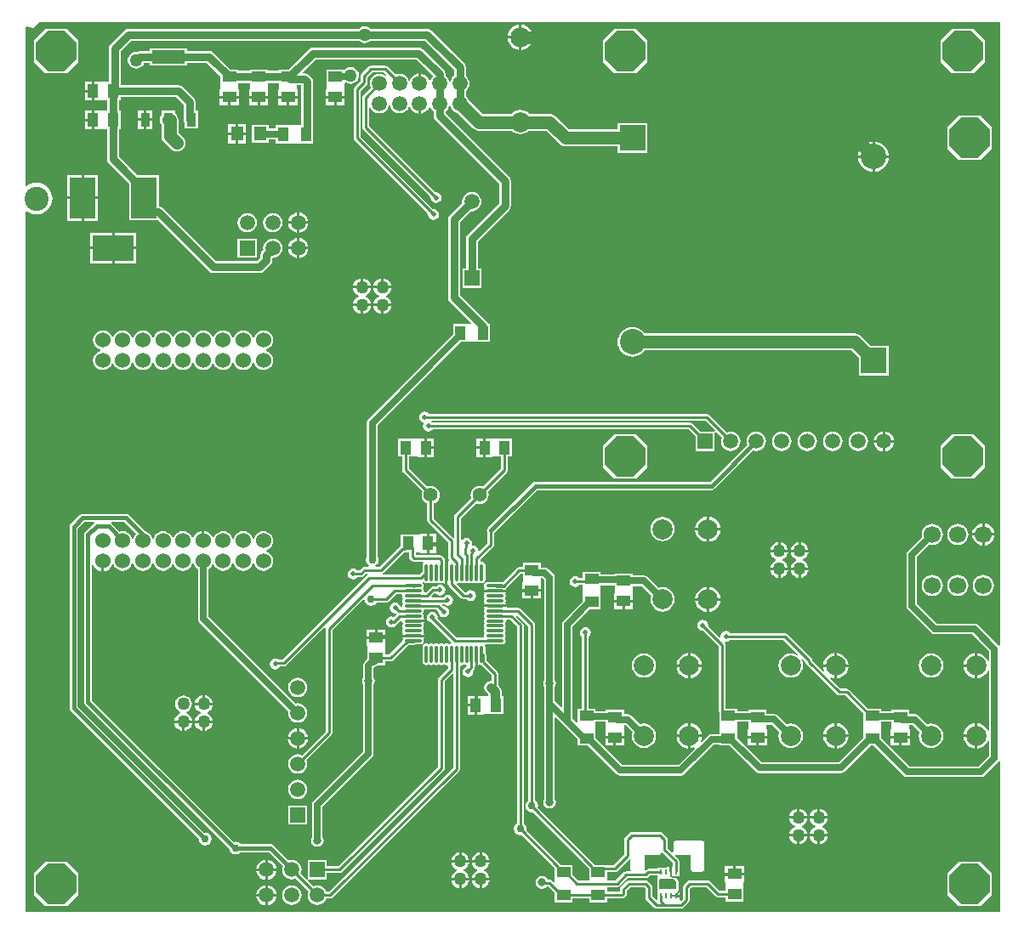
<source format=gtl>
G04*
G04 #@! TF.GenerationSoftware,Altium Limited,Altium Designer,19.0.15 (446)*
G04*
G04 Layer_Physical_Order=1*
G04 Layer_Color=255*
%FSTAX24Y24*%
%MOIN*%
G70*
G01*
G75*
%ADD12C,0.0100*%
%ADD13C,0.0080*%
%ADD24R,0.0433X0.0550*%
%ADD25R,0.0550X0.0433*%
%ADD26R,0.0550X0.0394*%
%ADD27R,0.1299X0.0531*%
%ADD28R,0.0374X0.0531*%
%ADD29R,0.0500X0.0550*%
%ADD30R,0.0394X0.0550*%
%ADD31O,0.0689X0.0118*%
%ADD32O,0.0118X0.0689*%
%ADD33R,0.0098X0.0217*%
%ADD61C,0.0150*%
%ADD62C,0.0500*%
%ADD63C,0.0300*%
%ADD64C,0.0250*%
%ADD65C,0.0350*%
%ADD66R,0.1000X0.1600*%
%ADD67R,0.1600X0.1000*%
%ADD68C,0.0600*%
%ADD69C,0.0591*%
%ADD70R,0.0591X0.0591*%
%ADD71C,0.0787*%
%ADD72C,0.1000*%
%ADD73R,0.1000X0.1000*%
%ADD74R,0.0591X0.0591*%
%ADD75P,0.1705X8X22.5*%
%ADD76C,0.0669*%
%ADD77C,0.0551*%
%ADD78C,0.0200*%
%ADD79C,0.0945*%
%ADD80C,0.0500*%
%ADD81C,0.0300*%
%ADD82C,0.0320*%
G36*
X04855Y024655D02*
X0485Y02464D01*
X048488Y024657D01*
X048488Y024657D01*
X047698Y025448D01*
X04763Y025493D01*
X04755Y025509D01*
X04755Y025509D01*
X046087D01*
X045309Y026287D01*
Y028113D01*
X045792Y028596D01*
X045792Y028596D01*
X0459Y028582D01*
X046008Y028596D01*
X046109Y028638D01*
X046196Y028704D01*
X046262Y028791D01*
X046304Y028892D01*
X046318Y029D01*
X046304Y029108D01*
X046262Y029209D01*
X046196Y029296D01*
X046109Y029362D01*
X046008Y029404D01*
X0459Y029418D01*
X045792Y029404D01*
X045691Y029362D01*
X045604Y029296D01*
X045538Y029209D01*
X045496Y029108D01*
X045482Y029D01*
X045496Y028892D01*
X045496Y028892D01*
X044952Y028348D01*
X044907Y02828D01*
X044891Y0282D01*
X044891Y0282D01*
Y0262D01*
X044891Y0262D01*
X044907Y02612D01*
X044952Y026052D01*
X045852Y025152D01*
X045852Y025152D01*
X04592Y025107D01*
X046Y025091D01*
X047463D01*
X048131Y024423D01*
Y024046D01*
X048081Y024036D01*
X048053Y024105D01*
X047974Y024208D01*
X047871Y024287D01*
X047751Y024337D01*
X047672Y024347D01*
Y023856D01*
Y023365D01*
X047751Y023375D01*
X047871Y023425D01*
X047974Y023504D01*
X048053Y023607D01*
X048081Y023676D01*
X048131Y023666D01*
Y02129D01*
X048081Y02128D01*
X048053Y021349D01*
X047974Y021452D01*
X047871Y021531D01*
X047751Y021581D01*
X047672Y021591D01*
Y0211D01*
Y020609D01*
X047751Y020619D01*
X047871Y020669D01*
X047974Y020748D01*
X048053Y020851D01*
X048081Y02092D01*
X048131Y02091D01*
Y020323D01*
X047717Y019909D01*
X045009D01*
X043905Y021013D01*
Y021271D01*
X043904D01*
Y021617D01*
X043905D01*
Y021652D01*
X044295D01*
Y021531D01*
X044296D01*
Y021357D01*
X044275D01*
Y02109D01*
X04465D01*
X045025D01*
Y021357D01*
X045004D01*
Y021527D01*
X045127D01*
X045401Y021254D01*
X045388Y021224D01*
X045372Y0211D01*
X045388Y020976D01*
X045436Y020861D01*
X045512Y020762D01*
X045611Y020686D01*
X045726Y020638D01*
X04585Y020622D01*
X045974Y020638D01*
X046089Y020686D01*
X046188Y020762D01*
X046264Y020861D01*
X046312Y020976D01*
X046328Y0211D01*
X046312Y021224D01*
X046264Y021339D01*
X046188Y021438D01*
X046089Y021514D01*
X045974Y021562D01*
X04585Y021578D01*
X045726Y021562D01*
X045696Y021549D01*
X045362Y021884D01*
X045294Y021929D01*
X045214Y021945D01*
X045214Y021945D01*
X045005D01*
Y022124D01*
X044295D01*
Y02207D01*
X043905D01*
Y022171D01*
X043382D01*
X042644Y022909D01*
X042601Y022937D01*
X042551Y022948D01*
X042307D01*
X041892Y023362D01*
X041921Y023405D01*
X041993Y023375D01*
X042072Y023365D01*
Y023806D01*
X04163D01*
X041641Y023727D01*
X041671Y023655D01*
X041628Y023626D01*
X04119Y024064D01*
X041182Y024108D01*
X041153Y024151D01*
X040207Y025097D01*
X040164Y025126D01*
X040113Y025136D01*
X037986D01*
X037973Y025155D01*
X037904Y025201D01*
X037822Y025217D01*
X03774Y025201D01*
X03767Y025155D01*
X037624Y025085D01*
X037608Y025003D01*
X037613Y024975D01*
X037567Y02495D01*
X03711Y025408D01*
X037114Y02543D01*
X037098Y025512D01*
X037051Y025581D01*
X036982Y025628D01*
X0369Y025644D01*
X036818Y025628D01*
X036749Y025581D01*
X036702Y025512D01*
X036686Y02543D01*
X036702Y025348D01*
X036749Y025279D01*
X036818Y025232D01*
X0369Y025216D01*
X036922Y02522D01*
X037542Y0246D01*
Y022041D01*
X037545Y022028D01*
Y021617D01*
X037546D01*
Y021271D01*
X037545D01*
Y021171D01*
X03725D01*
X03717Y021155D01*
X037102Y02111D01*
X036867Y020874D01*
X036824Y020902D01*
X036853Y020971D01*
X036863Y02105D01*
X036422D01*
Y020609D01*
X036501Y020619D01*
X036569Y020647D01*
X036598Y020605D01*
X035951Y019959D01*
X033759D01*
X032705Y021013D01*
Y021271D01*
X032704D01*
Y021617D01*
X032705D01*
Y021652D01*
X033104D01*
Y021531D01*
X033105D01*
Y021357D01*
X033084D01*
Y02109D01*
X033459D01*
X033834D01*
Y021357D01*
X033813D01*
Y021527D01*
X033877D01*
X034151Y021254D01*
X034138Y021224D01*
X034122Y0211D01*
X034138Y020976D01*
X034186Y020861D01*
X034262Y020762D01*
X034361Y020686D01*
X034476Y020638D01*
X0346Y020622D01*
X034724Y020638D01*
X034839Y020686D01*
X034938Y020762D01*
X035014Y020861D01*
X035062Y020976D01*
X035078Y0211D01*
X035062Y021224D01*
X035014Y021339D01*
X034938Y021438D01*
X034839Y021514D01*
X034724Y021562D01*
X0346Y021578D01*
X034476Y021562D01*
X034446Y021549D01*
X034112Y021884D01*
X034044Y021929D01*
X033964Y021945D01*
X033964Y021945D01*
X033814D01*
Y022124D01*
X033104D01*
Y02207D01*
X032705D01*
Y022171D01*
X032433D01*
Y024986D01*
X032451Y024999D01*
X032498Y025068D01*
X032514Y02515D01*
X032498Y025232D01*
X032451Y025301D01*
X032382Y025348D01*
X0323Y025364D01*
X032218Y025348D01*
X032149Y025301D01*
X032102Y025232D01*
X032086Y02515D01*
X032102Y025068D01*
X032149Y024999D01*
X032167Y024986D01*
Y022171D01*
X031995D01*
Y021637D01*
X031946Y021616D01*
X031809Y021752D01*
Y025385D01*
X032491Y026067D01*
X032905D01*
Y026621D01*
X032904D01*
Y026967D01*
X032905D01*
Y027002D01*
X033445D01*
Y026881D01*
X033446D01*
Y026707D01*
X033425D01*
Y02644D01*
X0338D01*
X034175D01*
Y026707D01*
X034154D01*
Y026881D01*
X034155D01*
Y026969D01*
X034514D01*
X034879Y026604D01*
X034867Y026574D01*
X034851Y02645D01*
X034867Y026326D01*
X034915Y026211D01*
X03499Y026112D01*
X035089Y026036D01*
X035205Y025988D01*
X035328Y025972D01*
X035452Y025988D01*
X035567Y026036D01*
X035666Y026112D01*
X035742Y026211D01*
X03579Y026326D01*
X035806Y02645D01*
X03579Y026574D01*
X035742Y026689D01*
X035666Y026788D01*
X035567Y026864D01*
X035452Y026912D01*
X035328Y026928D01*
X035205Y026912D01*
X035175Y026899D01*
X034748Y027326D01*
X034681Y027371D01*
X034601Y027387D01*
X034601Y027387D01*
X034155D01*
Y027474D01*
X033445D01*
Y02742D01*
X032905D01*
Y027521D01*
X032195D01*
Y027283D01*
X032064D01*
X032051Y027301D01*
X031982Y027348D01*
X0319Y027364D01*
X031818Y027348D01*
X031749Y027301D01*
X031702Y027232D01*
X031686Y02715D01*
X031702Y027068D01*
X031749Y026999D01*
X031818Y026952D01*
X0319Y026936D01*
X031982Y026952D01*
X032051Y026999D01*
X032064Y027017D01*
X032195D01*
Y026967D01*
X032196D01*
Y026621D01*
X032195D01*
Y026363D01*
X031452Y02562D01*
X031407Y025552D01*
X031391Y025472D01*
X031391Y025472D01*
Y022236D01*
X031345Y022217D01*
X031109Y022452D01*
Y023013D01*
X031135Y023052D01*
X031155Y02315D01*
X031135Y023248D01*
X031109Y023287D01*
Y0273D01*
X031093Y02738D01*
X031048Y027448D01*
X030857Y027638D01*
X03079Y027683D01*
X03071Y027699D01*
X03071Y027699D01*
X030555D01*
Y027878D01*
X029845D01*
Y027714D01*
X029704D01*
X029654Y027704D01*
X029611Y027676D01*
X029061Y027126D01*
X029044Y027129D01*
X028474D01*
X028419Y027118D01*
X028373Y027087D01*
X028343Y027041D01*
X028332Y026987D01*
X028343Y026933D01*
X028361Y026906D01*
X028359Y026905D01*
X028324Y026852D01*
X028321Y02684D01*
X028759D01*
Y02674D01*
X028321D01*
X028324Y026728D01*
X028359Y026675D01*
X028361Y026674D01*
X028343Y026648D01*
X028332Y026593D01*
X028343Y026539D01*
X028372Y026495D01*
X028343Y026451D01*
X028332Y026396D01*
X028343Y026342D01*
X028361Y026315D01*
X028359Y026314D01*
X028324Y026262D01*
X028321Y02625D01*
X028759D01*
X029197D01*
X029194Y026262D01*
X029159Y026314D01*
X029158Y026315D01*
X029175Y026342D01*
X029186Y026396D01*
X029175Y026451D01*
X029146Y026495D01*
X029175Y026539D01*
X029186Y026593D01*
X029175Y026648D01*
X029158Y026674D01*
X029159Y026675D01*
X029194Y026728D01*
X029207Y02679D01*
X029194Y026852D01*
X02918Y026873D01*
X029188Y026878D01*
X029759Y027449D01*
X029845D01*
Y027285D01*
X029846D01*
Y027111D01*
X029825D01*
Y026844D01*
X0302D01*
X030575D01*
Y027111D01*
X030554D01*
Y027281D01*
X030623D01*
X030691Y027213D01*
Y023287D01*
X030665Y023248D01*
X030645Y02315D01*
X030665Y023052D01*
X030691Y023013D01*
Y022366D01*
X030691Y022366D01*
X030691Y022366D01*
Y018637D01*
X030665Y018598D01*
X030645Y0185D01*
X030665Y018402D01*
X03072Y01832D01*
X030802Y018264D01*
X0309Y018245D01*
X030998Y018264D01*
X03108Y01832D01*
X031135Y018402D01*
X031155Y0185D01*
X031135Y018598D01*
X031109Y018637D01*
Y021796D01*
X031155Y021815D01*
X031452Y021518D01*
X031452Y021518D01*
X031995Y020975D01*
Y020717D01*
X032409D01*
X033524Y019602D01*
X033524Y019602D01*
X033592Y019557D01*
X033672Y019541D01*
X036038D01*
X036038Y019541D01*
X036118Y019557D01*
X036186Y019602D01*
X037337Y020753D01*
X037545D01*
Y020717D01*
X037959D01*
X038974Y019702D01*
X039042Y019657D01*
X039122Y019641D01*
X042328D01*
X042328Y019641D01*
X042408Y019657D01*
X042476Y019702D01*
X043491Y020717D01*
X043609D01*
X044774Y019552D01*
X044842Y019507D01*
X044922Y019491D01*
X047804D01*
X047804Y019491D01*
X047884Y019507D01*
X047951Y019552D01*
X048488Y020089D01*
X048488Y020089D01*
X0485Y020107D01*
X04855Y020092D01*
Y0142D01*
X01035D01*
Y041667D01*
X010395Y041689D01*
X010443Y04165D01*
X010551Y041592D01*
X010668Y041557D01*
X01079Y041545D01*
X010912Y041557D01*
X011029Y041592D01*
X011137Y04165D01*
X011232Y041728D01*
X01131Y041823D01*
X011368Y041931D01*
X011403Y042048D01*
X011415Y04217D01*
X011403Y042292D01*
X011368Y042409D01*
X01131Y042517D01*
X011232Y042612D01*
X011137Y04269D01*
X011029Y042748D01*
X010912Y042783D01*
X01079Y042795D01*
X010668Y042783D01*
X010551Y042748D01*
X010443Y04269D01*
X010395Y042651D01*
X01035Y042673D01*
Y048884D01*
X01039Y048924D01*
X01065Y04885D01*
X0109Y0491D01*
X04855D01*
Y024655D01*
D02*
G37*
G36*
X04062Y024309D02*
X040589Y02427D01*
X040474Y024317D01*
X04035Y024334D01*
X040226Y024317D01*
X040111Y02427D01*
X040012Y024194D01*
X039936Y024095D01*
X039888Y02398D01*
X039872Y023856D01*
X039888Y023732D01*
X039936Y023617D01*
X040012Y023518D01*
X040111Y023442D01*
X040226Y023394D01*
X04035Y023378D01*
X040474Y023394D01*
X040589Y023442D01*
X040688Y023518D01*
X040764Y023617D01*
X040812Y023732D01*
X040828Y023856D01*
X040812Y02398D01*
X040764Y024095D01*
X040803Y024126D01*
X040928Y024001D01*
X040937Y023957D01*
X040966Y023914D01*
X042159Y022721D01*
X042202Y022693D01*
X042252Y022682D01*
X042496D01*
X043195Y021983D01*
Y021617D01*
X043196D01*
Y021271D01*
X043195D01*
Y021013D01*
X042241Y020059D01*
X039209D01*
X038255Y021013D01*
Y021271D01*
X038254D01*
Y021617D01*
X038255D01*
Y021652D01*
X038695D01*
Y021531D01*
X038696D01*
Y021357D01*
X038675D01*
Y02109D01*
X03905D01*
X039425D01*
Y021357D01*
X039404D01*
Y021531D01*
X039405D01*
Y021541D01*
X039613D01*
X039901Y021254D01*
X039888Y021224D01*
X039872Y0211D01*
X039888Y020976D01*
X039936Y020861D01*
X040012Y020762D01*
X040111Y020686D01*
X040226Y020638D01*
X04035Y020622D01*
X040474Y020638D01*
X040589Y020686D01*
X040688Y020762D01*
X040764Y020861D01*
X040812Y020976D01*
X040828Y0211D01*
X040812Y021224D01*
X040764Y021339D01*
X040688Y021438D01*
X040589Y021514D01*
X040474Y021562D01*
X04035Y021578D01*
X040226Y021562D01*
X040196Y021549D01*
X039848Y021898D01*
X03978Y021943D01*
X0397Y021959D01*
X0397Y021959D01*
X039405D01*
Y022124D01*
X038695D01*
Y02207D01*
X038255D01*
Y022171D01*
X037808D01*
Y024655D01*
X037808Y024655D01*
X037797Y024706D01*
X037769Y024749D01*
X037769Y024749D01*
X037794Y024795D01*
X037822Y024789D01*
X037904Y024805D01*
X037973Y024852D01*
X037986Y024871D01*
X040058D01*
X04062Y024309D01*
D02*
G37*
%LPC*%
G36*
X0298Y048992D02*
Y048551D01*
X030241D01*
X030231Y04863D01*
X030181Y04875D01*
X030102Y048853D01*
X029999Y048932D01*
X029879Y048982D01*
X0298Y048992D01*
D02*
G37*
G36*
X0297D02*
X029621Y048982D01*
X029501Y048932D01*
X029398Y048853D01*
X029319Y04875D01*
X029269Y04863D01*
X029259Y048551D01*
X0297D01*
Y048992D01*
D02*
G37*
G36*
X030241Y048451D02*
X0298D01*
Y048009D01*
X029879Y04802D01*
X029999Y04807D01*
X030102Y048149D01*
X030181Y048252D01*
X030231Y048372D01*
X030241Y048451D01*
D02*
G37*
G36*
X0297D02*
X029259D01*
X029269Y048372D01*
X029319Y048252D01*
X029398Y048149D01*
X029501Y04807D01*
X029621Y04802D01*
X0297Y048009D01*
Y048451D01*
D02*
G37*
G36*
X047534Y048817D02*
X046666D01*
X046233Y048384D01*
Y047516D01*
X046666Y047083D01*
X047534D01*
X047967Y047516D01*
Y048384D01*
X047534Y048817D01*
D02*
G37*
G36*
X034284D02*
X033416D01*
X032983Y048384D01*
Y047516D01*
X033416Y047083D01*
X034284D01*
X034717Y047516D01*
Y048384D01*
X034284Y048817D01*
D02*
G37*
G36*
X011984D02*
X011116D01*
X010683Y048384D01*
Y047516D01*
X011116Y047083D01*
X011984D01*
X012417Y047516D01*
Y048384D01*
X011984Y048817D01*
D02*
G37*
G36*
X02365Y048933D02*
X023564Y048922D01*
X023484Y048888D01*
X023415Y048835D01*
X023414Y048835D01*
X0144D01*
X01431Y048817D01*
X014234Y048766D01*
X014234Y048766D01*
X013684Y048216D01*
X013633Y04814D01*
X013615Y04805D01*
Y046748D01*
X013497D01*
Y046747D01*
X013323D01*
Y046768D01*
X013056D01*
Y046393D01*
Y046018D01*
X013323D01*
Y046038D01*
X013497D01*
Y046038D01*
X013559D01*
Y045615D01*
X013497D01*
Y045614D01*
X013323D01*
Y045635D01*
X013056D01*
Y04526D01*
Y044885D01*
X013323D01*
Y044906D01*
X013497D01*
Y044905D01*
X013559D01*
Y043716D01*
X013577Y043627D01*
X013628Y04355D01*
X01442Y042758D01*
Y04133D01*
X015548D01*
X01756Y039318D01*
X017636Y039267D01*
X017726Y03925D01*
X019532D01*
X019621Y039267D01*
X019697Y039318D01*
X019961Y039582D01*
X020012Y039658D01*
X02003Y039748D01*
Y039803D01*
X02005Y039851D01*
X020148Y039864D01*
X020239Y039902D01*
X020318Y039962D01*
X020378Y04004D01*
X020416Y040131D01*
X020429Y040229D01*
X020416Y040327D01*
X020378Y040419D01*
X020318Y040497D01*
X020239Y040557D01*
X020148Y040595D01*
X02005Y040608D01*
X019952Y040595D01*
X019861Y040557D01*
X019782Y040497D01*
X019722Y040419D01*
X019684Y040327D01*
X019671Y040229D01*
X01968Y040166D01*
X019629Y040116D01*
X019579Y04004D01*
X019561Y03995D01*
Y039845D01*
X019435Y039719D01*
X017823D01*
X015716Y041826D01*
X01564Y041877D01*
X01558Y041889D01*
Y04309D01*
X014752D01*
X014028Y043813D01*
Y044905D01*
X01409D01*
Y045615D01*
X014028D01*
Y046038D01*
X01409D01*
Y046158D01*
X01626D01*
X016554Y045864D01*
Y045285D01*
X016572Y045196D01*
X016585Y045177D01*
Y044924D01*
X017119D01*
Y045615D01*
X017023D01*
Y045961D01*
X017005Y046051D01*
X016954Y046127D01*
X016523Y046558D01*
X016447Y046609D01*
X016357Y046627D01*
X01409D01*
Y046748D01*
X014085D01*
Y047953D01*
X014497Y048365D01*
X023414D01*
X023415Y048365D01*
X023484Y048312D01*
X023564Y048278D01*
X02365Y048267D01*
X023736Y048278D01*
X023816Y048312D01*
X023885Y048365D01*
X023886Y048365D01*
X026003D01*
X027145Y047224D01*
Y046979D01*
X027111Y046954D01*
X027051Y046875D01*
X027014Y046784D01*
X027011Y046762D01*
X02696D01*
X026957Y046784D01*
X02692Y046875D01*
X026859Y046954D01*
X026826Y046979D01*
Y047058D01*
X026808Y047148D01*
X026758Y047224D01*
X025941Y048041D01*
X025865Y048092D01*
X025775Y04811D01*
X02164D01*
X02155Y048092D01*
X021474Y048041D01*
X020673Y04724D01*
X020295D01*
Y047178D01*
X019855D01*
Y04724D01*
X019145D01*
Y047178D01*
X018705D01*
Y04724D01*
X018394D01*
X017738Y047896D01*
X017662Y047947D01*
X017572Y047965D01*
X01668D01*
Y048076D01*
X01522D01*
Y047949D01*
X014815D01*
X014725Y047931D01*
X014723Y04793D01*
X0147Y047933D01*
X014614Y047922D01*
X014534Y047888D01*
X014465Y047835D01*
X014412Y047766D01*
X014378Y047686D01*
X014367Y0476D01*
X014378Y047514D01*
X014412Y047434D01*
X014465Y047365D01*
X014534Y047312D01*
X014614Y047278D01*
X0147Y047267D01*
X014786Y047278D01*
X014866Y047312D01*
X014935Y047365D01*
X014988Y047434D01*
X015008Y04748D01*
X01522D01*
Y047385D01*
X01668D01*
Y047496D01*
X017475D01*
X017995Y046976D01*
Y046647D01*
X017996D01*
Y046473D01*
X017975D01*
Y046206D01*
X01835D01*
X018725D01*
Y046473D01*
X018704D01*
Y046647D01*
X018705D01*
Y046709D01*
X019145D01*
Y046647D01*
X019146D01*
Y046473D01*
X019125D01*
Y046206D01*
X0195D01*
X019875D01*
Y046473D01*
X019854D01*
Y046647D01*
X019855D01*
Y046709D01*
X020295D01*
Y046647D01*
X020296D01*
Y046473D01*
X020275D01*
Y046206D01*
X02065D01*
X021025D01*
Y046473D01*
X021004D01*
Y046618D01*
X021165D01*
Y04505D01*
X021073D01*
Y04505D01*
X020727D01*
Y04505D01*
X020173D01*
Y044914D01*
X019884D01*
Y045069D01*
X019224D01*
Y044359D01*
X019884D01*
Y044496D01*
X020173D01*
Y04434D01*
X020727D01*
Y044341D01*
X021073D01*
Y04434D01*
X021627D01*
Y044707D01*
X021635Y044745D01*
X021635Y044745D01*
Y04675D01*
X021617Y04684D01*
X021566Y046916D01*
X021464Y047018D01*
X021388Y047069D01*
X021298Y047087D01*
X021248D01*
X021229Y047133D01*
X021737Y04764D01*
X025678D01*
X026327Y046992D01*
X026324Y046954D01*
X026264Y046875D01*
X026236Y046807D01*
X026182Y046808D01*
X02615Y046886D01*
X026086Y046968D01*
X026004Y047031D01*
X025908Y047071D01*
X025854Y047078D01*
Y046686D01*
X025754D01*
Y047078D01*
X025701Y047071D01*
X025605Y047031D01*
X025522Y046968D01*
X025459Y046886D01*
X025427Y046808D01*
X025373Y046807D01*
X025345Y046875D01*
X025285Y046954D01*
X025206Y047014D01*
X025115Y047052D01*
X025017Y047065D01*
X024919Y047052D01*
X024862Y047028D01*
X024547Y047344D01*
X024504Y047372D01*
X024453Y047383D01*
X0239D01*
X023849Y047372D01*
X023806Y047344D01*
X023531Y047069D01*
X023503Y047026D01*
X023492Y046975D01*
Y04678D01*
X023255Y046543D01*
X023226Y0465D01*
X023216Y046449D01*
Y044551D01*
X023226Y0445D01*
X023255Y044457D01*
X02614Y041572D01*
X026136Y04155D01*
X026152Y041468D01*
X026199Y041399D01*
X026268Y041352D01*
X02635Y041336D01*
X026432Y041352D01*
X026501Y041399D01*
X026548Y041468D01*
X026564Y04155D01*
X026548Y041632D01*
X026501Y041701D01*
X026432Y041748D01*
X02635Y041764D01*
X026328Y04176D01*
X023481Y044606D01*
Y046394D01*
X023719Y046631D01*
X023747Y046674D01*
X023758Y046725D01*
Y04692D01*
X023955Y047117D01*
X024398D01*
X024504Y047012D01*
X024471Y046974D01*
X024419Y047014D01*
X024328Y047052D01*
X02423Y047065D01*
X024132Y047052D01*
X02404Y047014D01*
X023962Y046954D01*
X023902Y046875D01*
X023864Y046784D01*
X023851Y046686D01*
X023864Y046588D01*
X023887Y046532D01*
X023591Y046235D01*
X023562Y046192D01*
X023552Y046141D01*
Y044976D01*
X023562Y044925D01*
X023591Y044882D01*
X02624Y042232D01*
X026236Y04221D01*
X026252Y042128D01*
X026299Y042059D01*
X026368Y042012D01*
X02645Y041996D01*
X026532Y042012D01*
X026601Y042059D01*
X026648Y042128D01*
X026664Y04221D01*
X026648Y042292D01*
X026601Y042361D01*
X026532Y042408D01*
X02645Y042424D01*
X026428Y04242D01*
X023817Y045031D01*
Y04579D01*
X023864Y045801D01*
X023902Y04571D01*
X023962Y045631D01*
X02404Y045571D01*
X024132Y045533D01*
X02423Y04552D01*
X024328Y045533D01*
X024419Y045571D01*
X024497Y045631D01*
X024557Y04571D01*
X024595Y045801D01*
X024598Y045823D01*
X024648D01*
X024651Y045801D01*
X024689Y04571D01*
X024749Y045631D01*
X024828Y045571D01*
X024919Y045533D01*
X025017Y04552D01*
X025115Y045533D01*
X025206Y045571D01*
X025285Y045631D01*
X025345Y04571D01*
X025373Y045778D01*
X025427Y045777D01*
X025459Y045699D01*
X025522Y045617D01*
X025605Y045554D01*
X025701Y045514D01*
X025754Y045507D01*
Y045899D01*
X025854D01*
Y045507D01*
X025908Y045514D01*
X026004Y045554D01*
X026086Y045617D01*
X02615Y045699D01*
X026182Y045777D01*
X026236Y045778D01*
X026264Y04571D01*
X026324Y045631D01*
X026357Y045606D01*
Y045428D01*
X026375Y045338D01*
X026426Y045262D01*
X028915Y042773D01*
Y041997D01*
X027689Y040771D01*
X027638Y040695D01*
X02762Y040605D01*
Y039425D01*
X02748D01*
Y038675D01*
X02823D01*
Y039425D01*
X02809D01*
Y040508D01*
X029316Y041734D01*
X029316Y041734D01*
X029367Y04181D01*
X029385Y0419D01*
X029385Y0419D01*
Y04287D01*
X029367Y042959D01*
X029316Y043036D01*
X026826Y045525D01*
Y045606D01*
X026859Y045631D01*
X02692Y04571D01*
X026957Y045801D01*
X02696Y045823D01*
X027011D01*
X027014Y045801D01*
X027051Y04571D01*
X027111Y045631D01*
X02719Y045571D01*
X027281Y045533D01*
X027301Y045531D01*
X027893Y044939D01*
X027962Y044886D01*
X028042Y044853D01*
X028128Y044841D01*
X029408D01*
X029412Y044836D01*
X029511Y04476D01*
X029626Y044713D01*
X02975Y044696D01*
X029874Y044713D01*
X029989Y04476D01*
X030088Y044836D01*
X030092Y044841D01*
X030756D01*
X031282Y044315D01*
X031351Y044262D01*
X031432Y044228D01*
X031518Y044217D01*
X03357D01*
Y04397D01*
X03473D01*
Y04513D01*
X03357D01*
Y044883D01*
X031656D01*
X031129Y045409D01*
X03106Y045462D01*
X031027Y045476D01*
X03098Y045496D01*
X030894Y045507D01*
X030092D01*
X030088Y045512D01*
X029989Y045588D01*
X029874Y045636D01*
X02975Y045652D01*
X029626Y045636D01*
X029511Y045588D01*
X029412Y045512D01*
X029408Y045507D01*
X028266D01*
X027722Y046051D01*
X027707Y046088D01*
X027647Y046166D01*
X027614Y046192D01*
Y046393D01*
X027647Y046419D01*
X027707Y046497D01*
X027745Y046588D01*
X027758Y046686D01*
X027745Y046784D01*
X027707Y046875D01*
X027647Y046954D01*
X027614Y046979D01*
Y047321D01*
X027596Y047411D01*
X027545Y047487D01*
X026266Y048766D01*
X02619Y048817D01*
X0261Y048835D01*
X023886D01*
X023885Y048835D01*
X023816Y048888D01*
X023736Y048922D01*
X02365Y048933D01*
D02*
G37*
G36*
X0231Y047333D02*
X023014Y047322D01*
X022934Y047288D01*
X022897Y04726D01*
X022855Y04724D01*
X022145D01*
Y046647D01*
X022146D01*
Y046473D01*
X022125D01*
Y046206D01*
X0225D01*
X022875D01*
Y046473D01*
X022854D01*
Y046647D01*
X022855D01*
Y046709D01*
X022905Y046734D01*
X022934Y046712D01*
X023014Y046678D01*
X0231Y046667D01*
X023186Y046678D01*
X023266Y046712D01*
X023335Y046765D01*
X023388Y046834D01*
X023422Y046914D01*
X023433Y047D01*
X023422Y047086D01*
X023388Y047166D01*
X023335Y047235D01*
X023266Y047288D01*
X023186Y047322D01*
X0231Y047333D01*
D02*
G37*
G36*
X012956Y046768D02*
X01269D01*
Y046443D01*
X012956D01*
Y046768D01*
D02*
G37*
G36*
Y046343D02*
X01269D01*
Y046018D01*
X012956D01*
Y046343D01*
D02*
G37*
G36*
X022875Y046106D02*
X02255D01*
Y04584D01*
X022875D01*
Y046106D01*
D02*
G37*
G36*
X02245D02*
X022125D01*
Y04584D01*
X02245D01*
Y046106D01*
D02*
G37*
G36*
X021025D02*
X0207D01*
Y04584D01*
X021025D01*
Y046106D01*
D02*
G37*
G36*
X0206D02*
X020275D01*
Y04584D01*
X0206D01*
Y046106D01*
D02*
G37*
G36*
X019875D02*
X01955D01*
Y04584D01*
X019875D01*
Y046106D01*
D02*
G37*
G36*
X01945D02*
X019125D01*
Y04584D01*
X01945D01*
Y046106D01*
D02*
G37*
G36*
X018725D02*
X0184D01*
Y04584D01*
X018725D01*
Y046106D01*
D02*
G37*
G36*
X0183D02*
X017975D01*
Y04584D01*
X0183D01*
Y046106D01*
D02*
G37*
G36*
X015335Y045635D02*
X015098D01*
Y04532D01*
X015335D01*
Y045635D01*
D02*
G37*
G36*
X014998D02*
X014761D01*
Y04532D01*
X014998D01*
Y045635D01*
D02*
G37*
G36*
X012956Y045635D02*
X01269D01*
Y04531D01*
X012956D01*
Y045635D01*
D02*
G37*
G36*
X015335Y04522D02*
X015098D01*
Y044904D01*
X015335D01*
Y04522D01*
D02*
G37*
G36*
X014998D02*
X014761D01*
Y044904D01*
X014998D01*
Y04522D01*
D02*
G37*
G36*
X012956Y04521D02*
X01269D01*
Y044885D01*
X012956D01*
Y04521D01*
D02*
G37*
G36*
X019004Y045089D02*
X018704D01*
Y044764D01*
X019004D01*
Y045089D01*
D02*
G37*
G36*
X018604D02*
X018304D01*
Y044764D01*
X018604D01*
Y045089D01*
D02*
G37*
G36*
X019004Y044664D02*
X018704D01*
Y044339D01*
X019004D01*
Y044664D01*
D02*
G37*
G36*
X018604D02*
X018304D01*
Y044339D01*
X018604D01*
Y044664D01*
D02*
G37*
G36*
X016217Y045615D02*
X015683D01*
Y045464D01*
X015662Y045436D01*
X015628Y045356D01*
X015617Y04527D01*
X015628Y045184D01*
X015662Y045103D01*
X01568Y045079D01*
Y044637D01*
X015691Y04455D01*
X015711Y044503D01*
X015725Y04447D01*
X015778Y044401D01*
X016064Y044115D01*
X016133Y044062D01*
X016213Y044028D01*
X0163Y044017D01*
X016386Y044028D01*
X016466Y044062D01*
X016535Y044115D01*
X016588Y044184D01*
X016621Y044264D01*
X016632Y04435D01*
X016621Y044436D01*
X016588Y044516D01*
X016535Y044585D01*
X016346Y044774D01*
Y045254D01*
X016335Y04534D01*
X016301Y04542D01*
X016248Y045489D01*
X016233Y045505D01*
X016217Y045517D01*
Y045615D01*
D02*
G37*
G36*
X04365Y04441D02*
Y043862D01*
X044198D01*
X044191Y04393D01*
X044157Y044043D01*
X044101Y044147D01*
X044026Y044239D01*
X043935Y044314D01*
X043831Y044369D01*
X043718Y044404D01*
X04365Y04441D01*
D02*
G37*
G36*
X04355D02*
X043482Y044404D01*
X043369Y044369D01*
X043265Y044314D01*
X043174Y044239D01*
X043099Y044147D01*
X043043Y044043D01*
X043009Y04393D01*
X043002Y043862D01*
X04355D01*
Y04441D01*
D02*
G37*
G36*
X047784Y045417D02*
X046916D01*
X046483Y044984D01*
Y044116D01*
X046916Y043683D01*
X047784D01*
X048217Y044116D01*
Y044984D01*
X047784Y045417D01*
D02*
G37*
G36*
X044198Y043762D02*
X04365D01*
Y043215D01*
X043718Y043221D01*
X043831Y043255D01*
X043935Y043311D01*
X044026Y043386D01*
X044101Y043478D01*
X044157Y043582D01*
X044191Y043695D01*
X044198Y043762D01*
D02*
G37*
G36*
X04355D02*
X043002D01*
X043009Y043695D01*
X043043Y043582D01*
X043099Y043478D01*
X043174Y043386D01*
X043265Y043311D01*
X043369Y043255D01*
X043482Y043221D01*
X04355Y043215D01*
Y043762D01*
D02*
G37*
G36*
X0132Y0431D02*
X01265D01*
Y04225D01*
X0132D01*
Y0431D01*
D02*
G37*
G36*
X01255D02*
X012D01*
Y04225D01*
X01255D01*
Y0431D01*
D02*
G37*
G36*
X02785Y042429D02*
X027752Y042416D01*
X027661Y042378D01*
X027582Y042318D01*
X027522Y042239D01*
X027484Y042148D01*
X027471Y04205D01*
X027477Y042009D01*
X026984Y041516D01*
X026933Y04144D01*
X026915Y04135D01*
Y0383D01*
X026933Y03821D01*
X026984Y038134D01*
X027818Y037301D01*
X027799Y037254D01*
X027677D01*
Y037255D01*
X027123D01*
Y036841D01*
X023802Y03352D01*
X023757Y033452D01*
X023741Y033372D01*
X023741Y033372D01*
Y028137D01*
X023714Y028098D01*
X023695Y028D01*
X023714Y027902D01*
X02377Y02782D01*
X023825Y027783D01*
X02381Y027733D01*
X02365D01*
X023599Y027722D01*
X023556Y027694D01*
X023445Y027583D01*
X023364D01*
X023351Y027601D01*
X023282Y027648D01*
X0232Y027664D01*
X023118Y027648D01*
X023049Y027601D01*
X023002Y027532D01*
X022986Y02745D01*
X023002Y027368D01*
X023049Y027299D01*
X023118Y027252D01*
X0232Y027236D01*
X023282Y027252D01*
X023351Y027299D01*
X023364Y027317D01*
X0235D01*
X023551Y027328D01*
X023594Y027356D01*
X023705Y027467D01*
X023768D01*
X023774Y027449D01*
X023776Y027417D01*
X023741Y027394D01*
X02043Y024083D01*
X020285D01*
X020232Y024118D01*
X02015Y024134D01*
X020068Y024118D01*
X019999Y024071D01*
X019952Y024002D01*
X019936Y02392D01*
X019952Y023838D01*
X019999Y023769D01*
X020068Y023722D01*
X02015Y023706D01*
X020232Y023722D01*
X020301Y023769D01*
X020334Y023817D01*
X020485D01*
X020535Y023828D01*
X020578Y023856D01*
X022077Y025355D01*
X022124Y025331D01*
X022117Y0253D01*
Y021275D01*
X021185Y020342D01*
X021128Y020366D01*
X02103Y020379D01*
X020932Y020366D01*
X020841Y020328D01*
X020762Y020268D01*
X020702Y020189D01*
X020664Y020098D01*
X020651Y02D01*
X020664Y019902D01*
X020702Y019811D01*
X020762Y019732D01*
X020841Y019672D01*
X020932Y019634D01*
X02103Y019621D01*
X021128Y019634D01*
X021219Y019672D01*
X021298Y019732D01*
X021358Y019811D01*
X021396Y019902D01*
X021409Y02D01*
X021396Y020098D01*
X021372Y020155D01*
X022344Y021126D01*
X022372Y021169D01*
X022383Y02122D01*
Y025245D01*
X023601Y026463D01*
X023647Y026439D01*
X023665Y026352D01*
X02372Y02627D01*
X023802Y026214D01*
X0239Y026195D01*
X023998Y026214D01*
X02408Y02627D01*
X024112Y026317D01*
X024485D01*
X024536Y026328D01*
X024579Y026356D01*
X02488Y026658D01*
X025085D01*
X025126Y026608D01*
X025123Y026593D01*
X025134Y026539D01*
X025163Y026495D01*
X025134Y026451D01*
X025123Y026396D01*
X025134Y026342D01*
X025163Y026298D01*
X025134Y026254D01*
X025124Y026205D01*
X025114Y026192D01*
X025083Y026167D01*
X025053Y026175D01*
X025048Y026197D01*
X025002Y026267D01*
X024932Y026313D01*
X02485Y026329D01*
X024768Y026313D01*
X024699Y026267D01*
X024653Y026197D01*
X024636Y026115D01*
X024653Y026033D01*
X024699Y025964D01*
X024768Y025918D01*
X02485Y025901D01*
X024879Y025907D01*
X024901Y025865D01*
X024902Y025859D01*
X024796Y025754D01*
X024782Y025763D01*
X0247Y025779D01*
X024618Y025763D01*
X024549Y025717D01*
X024503Y025647D01*
X024486Y025565D01*
X024503Y025483D01*
X024549Y025414D01*
X024618Y025368D01*
X0247Y025351D01*
X024782Y025368D01*
X024852Y025414D01*
X024893Y025475D01*
X025058Y025641D01*
X025104Y025616D01*
X025103Y025609D01*
X025115Y025547D01*
X02515Y025494D01*
X025152Y025493D01*
X025134Y025466D01*
X025123Y025412D01*
X025134Y025358D01*
X025163Y025314D01*
X025134Y02527D01*
X025123Y025215D01*
X025134Y025161D01*
X025152Y025134D01*
X02515Y025133D01*
X025115Y025081D01*
X025113Y025069D01*
X02555D01*
X025988D01*
X025986Y025081D01*
X025951Y025133D01*
X025949Y025134D01*
X025967Y025161D01*
X025978Y025215D01*
X025967Y02527D01*
X025937Y025314D01*
X025967Y025358D01*
X025978Y025412D01*
X025967Y025466D01*
X025949Y025493D01*
X025951Y025494D01*
X025986Y025547D01*
X025988Y025559D01*
X02555D01*
Y025659D01*
X025988D01*
X025986Y025671D01*
X025951Y025724D01*
X025949Y025725D01*
X025967Y025752D01*
X025978Y025806D01*
X025967Y02586D01*
X025937Y025904D01*
X025967Y025949D01*
X025978Y026003D01*
X025975Y026017D01*
X026016Y026067D01*
X026461D01*
X026541Y025988D01*
X026536Y025965D01*
X026553Y025883D01*
X026599Y025814D01*
X026668Y025768D01*
X02675Y025751D01*
X026832Y025768D01*
X026902Y025814D01*
X026948Y025883D01*
X026965Y025965D01*
X026948Y026047D01*
X026902Y026117D01*
X026832Y026163D01*
X02675Y026179D01*
X026728Y026175D01*
X026682Y026221D01*
X0267Y026265D01*
X026747Y026266D01*
X026749Y026264D01*
X026818Y026218D01*
X0269Y026201D01*
X026982Y026218D01*
X027052Y026264D01*
X027098Y026333D01*
X027115Y026415D01*
X027098Y026497D01*
X027052Y026567D01*
X026982Y026613D01*
X0269Y026629D01*
X026818Y026613D01*
X026749Y026567D01*
X026726Y026532D01*
X026294D01*
X026275Y026579D01*
X026379Y026683D01*
X026436D01*
X026449Y026664D01*
X026518Y026618D01*
X0266Y026601D01*
X026682Y026618D01*
X026752Y026664D01*
X026798Y026733D01*
X026815Y026815D01*
X026798Y026897D01*
X026752Y026967D01*
X026682Y027013D01*
X0266Y027029D01*
X026518Y027013D01*
X026449Y026967D01*
X026436Y026948D01*
X026324D01*
X026273Y026938D01*
X02623Y026909D01*
X02606Y026739D01*
X026007Y026741D01*
X025976Y02678D01*
X025978Y02679D01*
X025967Y026844D01*
X025937Y026889D01*
X025967Y026933D01*
X025978Y026987D01*
X025967Y027041D01*
X025936Y027087D01*
X025923Y027096D01*
X02592Y027139D01*
X025965Y027134D01*
X025972Y027123D01*
X026018Y027092D01*
X026072Y027081D01*
X026126Y027092D01*
X02617Y027122D01*
X026215Y027092D01*
X026269Y027081D01*
X026323Y027092D01*
X026367Y027122D01*
X026411Y027092D01*
X026466Y027081D01*
X02652Y027092D01*
X026564Y027122D01*
X026608Y027092D01*
X026663Y027081D01*
X026717Y027092D01*
X026744Y02711D01*
X026745Y027109D01*
X026797Y027073D01*
X026809Y027071D01*
Y027509D01*
Y027978D01*
X026792Y027991D01*
X026791Y027994D01*
X026782Y028042D01*
X026753Y028085D01*
X026694Y028144D01*
X026651Y028172D01*
X0266Y028183D01*
X025655D01*
Y028296D01*
X025827D01*
Y028275D01*
X026094D01*
Y02865D01*
Y029025D01*
X025827D01*
Y029004D01*
X025653D01*
Y029005D01*
X02506D01*
Y028534D01*
X025038Y028519D01*
X024251Y027733D01*
X02409D01*
X024075Y027783D01*
X02413Y02782D01*
X024186Y027902D01*
X024205Y028D01*
X024186Y028098D01*
X024159Y028137D01*
Y033285D01*
X027419Y036545D01*
X027677D01*
Y036546D01*
X028023D01*
Y036545D01*
X028577D01*
Y037255D01*
X028506D01*
X028466Y037316D01*
X028466Y037316D01*
X027385Y038397D01*
Y041253D01*
X027809Y041677D01*
X02785Y041671D01*
X027948Y041684D01*
X028039Y041722D01*
X028118Y041782D01*
X028178Y041861D01*
X028216Y041952D01*
X028229Y04205D01*
X028216Y042148D01*
X028178Y042239D01*
X028118Y042318D01*
X028039Y042378D01*
X027948Y042416D01*
X02785Y042429D01*
D02*
G37*
G36*
X0132Y04215D02*
X01265D01*
Y0413D01*
X0132D01*
Y04215D01*
D02*
G37*
G36*
X01255D02*
X012D01*
Y0413D01*
X01255D01*
Y04215D01*
D02*
G37*
G36*
X0211Y041621D02*
Y041279D01*
X021442D01*
X021435Y041333D01*
X021395Y041429D01*
X021332Y041511D01*
X021249Y041575D01*
X021153Y041614D01*
X0211Y041621D01*
D02*
G37*
G36*
X021D02*
X020947Y041614D01*
X020851Y041575D01*
X020768Y041511D01*
X020705Y041429D01*
X020665Y041333D01*
X020658Y041279D01*
X021D01*
Y041621D01*
D02*
G37*
G36*
X02005Y041608D02*
X019952Y041595D01*
X019861Y041557D01*
X019782Y041497D01*
X019722Y041419D01*
X019684Y041327D01*
X019671Y041229D01*
X019684Y041131D01*
X019722Y04104D01*
X019782Y040962D01*
X019861Y040902D01*
X019952Y040864D01*
X02005Y040851D01*
X020148Y040864D01*
X020239Y040902D01*
X020318Y040962D01*
X020378Y04104D01*
X020416Y041131D01*
X020429Y041229D01*
X020416Y041327D01*
X020378Y041419D01*
X020318Y041497D01*
X020239Y041557D01*
X020148Y041595D01*
X02005Y041608D01*
D02*
G37*
G36*
X01905D02*
X018952Y041595D01*
X018861Y041557D01*
X018782Y041497D01*
X018722Y041419D01*
X018684Y041327D01*
X018671Y041229D01*
X018684Y041131D01*
X018722Y04104D01*
X018782Y040962D01*
X018861Y040902D01*
X018952Y040864D01*
X01905Y040851D01*
X019148Y040864D01*
X019239Y040902D01*
X019318Y040962D01*
X019378Y04104D01*
X019416Y041131D01*
X019429Y041229D01*
X019416Y041327D01*
X019378Y041419D01*
X019318Y041497D01*
X019239Y041557D01*
X019148Y041595D01*
X01905Y041608D01*
D02*
G37*
G36*
X021442Y041179D02*
X0211D01*
Y040837D01*
X021153Y040844D01*
X021249Y040884D01*
X021332Y040947D01*
X021395Y04103D01*
X021435Y041126D01*
X021442Y041179D01*
D02*
G37*
G36*
X021D02*
X020658D01*
X020665Y041126D01*
X020705Y04103D01*
X020768Y040947D01*
X020851Y040884D01*
X020947Y040844D01*
X021Y040837D01*
Y041179D01*
D02*
G37*
G36*
X01471Y04083D02*
X01386D01*
Y04028D01*
X01471D01*
Y04083D01*
D02*
G37*
G36*
X01376D02*
X01291D01*
Y04028D01*
X01376D01*
Y04083D01*
D02*
G37*
G36*
X0211Y040621D02*
Y040279D01*
X021442D01*
X021435Y040333D01*
X021395Y040429D01*
X021332Y040511D01*
X021249Y040575D01*
X021153Y040614D01*
X0211Y040621D01*
D02*
G37*
G36*
X021D02*
X020947Y040614D01*
X020851Y040575D01*
X020768Y040511D01*
X020705Y040429D01*
X020665Y040333D01*
X020658Y040279D01*
X021D01*
Y040621D01*
D02*
G37*
G36*
X019425Y040605D02*
X018675D01*
Y039854D01*
X019425D01*
Y040605D01*
D02*
G37*
G36*
X021442Y040179D02*
X0211D01*
Y039837D01*
X021153Y039844D01*
X021249Y039884D01*
X021332Y039947D01*
X021395Y04003D01*
X021435Y040126D01*
X021442Y040179D01*
D02*
G37*
G36*
X021D02*
X020658D01*
X020665Y040126D01*
X020705Y04003D01*
X020768Y039947D01*
X020851Y039884D01*
X020947Y039844D01*
X021Y039837D01*
Y040179D01*
D02*
G37*
G36*
X01471Y04018D02*
X01386D01*
Y03963D01*
X01471D01*
Y04018D01*
D02*
G37*
G36*
X01376D02*
X01291D01*
Y03963D01*
X01376D01*
Y04018D01*
D02*
G37*
G36*
X0244Y039046D02*
Y03875D01*
X024696D01*
X024691Y038791D01*
X024656Y038877D01*
X0246Y03895D01*
X024527Y039006D01*
X024441Y039041D01*
X0244Y039046D01*
D02*
G37*
G36*
X0243D02*
X024259Y039041D01*
X024173Y039006D01*
X0241Y03895D01*
X024044Y038877D01*
X024009Y038791D01*
X024004Y03875D01*
X0243D01*
Y039046D01*
D02*
G37*
G36*
X0236D02*
Y03875D01*
X023896D01*
X023891Y038791D01*
X023856Y038877D01*
X0238Y03895D01*
X023727Y039006D01*
X023641Y039041D01*
X0236Y039046D01*
D02*
G37*
G36*
X0235D02*
X023459Y039041D01*
X023373Y039006D01*
X0233Y03895D01*
X023244Y038877D01*
X023209Y038791D01*
X023204Y03875D01*
X0235D01*
Y039046D01*
D02*
G37*
G36*
X024696Y03865D02*
X024004D01*
X024009Y038609D01*
X024044Y038523D01*
X0241Y03845D01*
X024173Y038394D01*
X024215Y038377D01*
Y038323D01*
X024173Y038306D01*
X0241Y03825D01*
X024044Y038177D01*
X024009Y038091D01*
X024004Y03805D01*
X024696D01*
X024691Y038091D01*
X024656Y038177D01*
X0246Y03825D01*
X024527Y038306D01*
X024485Y038323D01*
Y038377D01*
X024527Y038394D01*
X0246Y03845D01*
X024656Y038523D01*
X024691Y038609D01*
X024696Y03865D01*
D02*
G37*
G36*
X023896D02*
X023204D01*
X023209Y038609D01*
X023244Y038523D01*
X0233Y03845D01*
X023373Y038394D01*
X023415Y038377D01*
Y038323D01*
X023373Y038306D01*
X0233Y03825D01*
X023244Y038177D01*
X023209Y038091D01*
X023204Y03805D01*
X023896D01*
X023891Y038091D01*
X023856Y038177D01*
X0238Y03825D01*
X023727Y038306D01*
X023685Y038323D01*
Y038377D01*
X023727Y038394D01*
X0238Y03845D01*
X023856Y038523D01*
X023891Y038609D01*
X023896Y03865D01*
D02*
G37*
G36*
X024696Y03795D02*
X0244D01*
Y037654D01*
X024441Y037659D01*
X024527Y037694D01*
X0246Y03775D01*
X024656Y037823D01*
X024691Y037909D01*
X024696Y03795D01*
D02*
G37*
G36*
X0243D02*
X024004D01*
X024009Y037909D01*
X024044Y037823D01*
X0241Y03775D01*
X024173Y037694D01*
X024259Y037659D01*
X0243Y037654D01*
Y03795D01*
D02*
G37*
G36*
X023896D02*
X0236D01*
Y037654D01*
X023641Y037659D01*
X023727Y037694D01*
X0238Y03775D01*
X023856Y037823D01*
X023891Y037909D01*
X023896Y03795D01*
D02*
G37*
G36*
X0235D02*
X023204D01*
X023209Y037909D01*
X023244Y037823D01*
X0233Y03775D01*
X023373Y037694D01*
X023459Y037659D01*
X0235Y037654D01*
Y03795D01*
D02*
G37*
G36*
X019685Y037001D02*
X019586Y036988D01*
X019493Y03695D01*
X019414Y036889D01*
X019353Y036809D01*
X019317Y036723D01*
X019292Y036717D01*
X01929D01*
X019265Y036723D01*
X019229Y036809D01*
X019168Y036889D01*
X019089Y03695D01*
X018997Y036988D01*
X018897Y037001D01*
X018798Y036988D01*
X018706Y03695D01*
X018626Y036889D01*
X018565Y036809D01*
X01853Y036723D01*
X018504Y036717D01*
X018503D01*
X018478Y036723D01*
X018442Y036809D01*
X018381Y036889D01*
X018302Y03695D01*
X018209Y036988D01*
X01811Y037001D01*
X018011Y036988D01*
X017918Y03695D01*
X017839Y036889D01*
X017778Y036809D01*
X017742Y036723D01*
X017717Y036717D01*
X017716D01*
X01769Y036723D01*
X017655Y036809D01*
X017594Y036889D01*
X017514Y03695D01*
X017422Y036988D01*
X017323Y037001D01*
X017223Y036988D01*
X017131Y03695D01*
X017052Y036889D01*
X016991Y036809D01*
X016955Y036723D01*
X01693Y036717D01*
X016928D01*
X016903Y036723D01*
X016867Y036809D01*
X016806Y036889D01*
X016727Y03695D01*
X016634Y036988D01*
X016535Y037001D01*
X016436Y036988D01*
X016344Y03695D01*
X016264Y036889D01*
X016203Y036809D01*
X016168Y036723D01*
X016142Y036717D01*
X016141D01*
X016115Y036723D01*
X01608Y036809D01*
X016019Y036889D01*
X015939Y03695D01*
X015847Y036988D01*
X015748Y037001D01*
X015649Y036988D01*
X015556Y03695D01*
X015477Y036889D01*
X015416Y036809D01*
X01538Y036723D01*
X015355Y036717D01*
X015353D01*
X015328Y036723D01*
X015292Y036809D01*
X015231Y036889D01*
X015152Y03695D01*
X01506Y036988D01*
X01496Y037001D01*
X014861Y036988D01*
X014769Y03695D01*
X014689Y036889D01*
X014628Y036809D01*
X014593Y036723D01*
X014567Y036717D01*
X014566D01*
X014541Y036723D01*
X014505Y036809D01*
X014444Y036889D01*
X014365Y03695D01*
X014272Y036988D01*
X014173Y037001D01*
X014074Y036988D01*
X013981Y03695D01*
X013902Y036889D01*
X013841Y036809D01*
X013805Y036723D01*
X01378Y036717D01*
X013779D01*
X013753Y036723D01*
X013718Y036809D01*
X013657Y036889D01*
X013577Y03695D01*
X013485Y036988D01*
X013386Y037001D01*
X013286Y036988D01*
X013194Y03695D01*
X013115Y036889D01*
X013054Y036809D01*
X013015Y036717D01*
X013002Y036618D01*
X013015Y036519D01*
X013054Y036426D01*
X013115Y036347D01*
X013194Y036286D01*
X01328Y03625D01*
X013286Y036225D01*
Y036223D01*
X01328Y036198D01*
X013194Y036162D01*
X013115Y036101D01*
X013054Y036022D01*
X013015Y03593D01*
X013002Y03583D01*
X013015Y035731D01*
X013054Y035639D01*
X013115Y035559D01*
X013194Y035498D01*
X013286Y03546D01*
X013386Y035447D01*
X013485Y03546D01*
X013577Y035498D01*
X013657Y035559D01*
X013718Y035639D01*
X013753Y035725D01*
X013779Y035731D01*
X01378D01*
X013805Y035725D01*
X013841Y035639D01*
X013902Y035559D01*
X013981Y035498D01*
X014074Y03546D01*
X014173Y035447D01*
X014272Y03546D01*
X014365Y035498D01*
X014444Y035559D01*
X014505Y035639D01*
X014541Y035725D01*
X014566Y035731D01*
X014567D01*
X014593Y035725D01*
X014628Y035639D01*
X014689Y035559D01*
X014769Y035498D01*
X014861Y03546D01*
X01496Y035447D01*
X01506Y03546D01*
X015152Y035498D01*
X015231Y035559D01*
X015292Y035639D01*
X015328Y035725D01*
X015353Y035731D01*
X015355D01*
X01538Y035725D01*
X015416Y035639D01*
X015477Y035559D01*
X015556Y035498D01*
X015649Y03546D01*
X015748Y035447D01*
X015847Y03546D01*
X015939Y035498D01*
X016019Y035559D01*
X01608Y035639D01*
X016115Y035725D01*
X016141Y035731D01*
X016142D01*
X016168Y035725D01*
X016203Y035639D01*
X016264Y035559D01*
X016344Y035498D01*
X016436Y03546D01*
X016535Y035447D01*
X016634Y03546D01*
X016727Y035498D01*
X016806Y035559D01*
X016867Y035639D01*
X016903Y035725D01*
X016928Y035731D01*
X01693D01*
X016955Y035725D01*
X016991Y035639D01*
X017052Y035559D01*
X017131Y035498D01*
X017223Y03546D01*
X017323Y035447D01*
X017422Y03546D01*
X017514Y035498D01*
X017594Y035559D01*
X017655Y035639D01*
X01769Y035725D01*
X017716Y035731D01*
X017717D01*
X017742Y035725D01*
X017778Y035639D01*
X017839Y035559D01*
X017918Y035498D01*
X018011Y03546D01*
X01811Y035447D01*
X018209Y03546D01*
X018302Y035498D01*
X018381Y035559D01*
X018442Y035639D01*
X018478Y035725D01*
X018503Y035731D01*
X018504D01*
X01853Y035725D01*
X018565Y035639D01*
X018626Y035559D01*
X018706Y035498D01*
X018798Y03546D01*
X018897Y035447D01*
X018997Y03546D01*
X019089Y035498D01*
X019168Y035559D01*
X019229Y035639D01*
X019265Y035725D01*
X01929Y035731D01*
X019292D01*
X019317Y035725D01*
X019353Y035639D01*
X019414Y035559D01*
X019493Y035498D01*
X019586Y03546D01*
X019685Y035447D01*
X019784Y03546D01*
X019876Y035498D01*
X019956Y035559D01*
X020017Y035639D01*
X020055Y035731D01*
X020068Y03583D01*
X020055Y03593D01*
X020017Y036022D01*
X019956Y036101D01*
X019876Y036162D01*
X01979Y036198D01*
X019784Y036223D01*
Y036225D01*
X01979Y03625D01*
X019876Y036286D01*
X019956Y036347D01*
X020017Y036426D01*
X020055Y036519D01*
X020068Y036618D01*
X020055Y036717D01*
X020017Y036809D01*
X019956Y036889D01*
X019876Y03695D01*
X019784Y036988D01*
X019685Y037001D01*
D02*
G37*
G36*
X03415Y037133D02*
X034036Y037122D01*
X033927Y037088D01*
X033826Y037035D01*
X033738Y036962D01*
X033665Y036874D01*
X033612Y036773D01*
X033578Y036664D01*
X033567Y03655D01*
X033578Y036436D01*
X033612Y036327D01*
X033665Y036226D01*
X033738Y036138D01*
X033826Y036065D01*
X033927Y036012D01*
X034036Y035978D01*
X03415Y035967D01*
X034264Y035978D01*
X034373Y036012D01*
X034474Y036065D01*
X034562Y036138D01*
X034627Y036217D01*
X042725D01*
X04302Y035922D01*
Y035232D01*
X04418D01*
Y036392D01*
X043491D01*
X043098Y036785D01*
X043029Y036838D01*
X042996Y036852D01*
X042949Y036872D01*
X042862Y036883D01*
X034627D01*
X034562Y036962D01*
X034474Y037035D01*
X034373Y037088D01*
X034264Y037122D01*
X03415Y037133D01*
D02*
G37*
G36*
X04405Y033042D02*
Y0327D01*
X044392D01*
X044385Y032753D01*
X044345Y032849D01*
X044282Y032932D01*
X044199Y032995D01*
X044103Y033035D01*
X04405Y033042D01*
D02*
G37*
G36*
X04395D02*
X043897Y033035D01*
X043801Y032995D01*
X043718Y032932D01*
X043655Y032849D01*
X043615Y032753D01*
X043608Y0327D01*
X04395D01*
Y033042D01*
D02*
G37*
G36*
X026367Y032775D02*
X0261D01*
Y03245D01*
X026367D01*
Y032775D01*
D02*
G37*
G36*
X028306D02*
X02804D01*
Y03245D01*
X028306D01*
Y032775D01*
D02*
G37*
G36*
X043Y033029D02*
X042902Y033016D01*
X042811Y032978D01*
X042732Y032918D01*
X042672Y032839D01*
X042634Y032748D01*
X042621Y03265D01*
X042634Y032552D01*
X042672Y032461D01*
X042732Y032382D01*
X042811Y032322D01*
X042902Y032284D01*
X043Y032271D01*
X043098Y032284D01*
X043189Y032322D01*
X043268Y032382D01*
X043328Y032461D01*
X043366Y032552D01*
X043379Y03265D01*
X043366Y032748D01*
X043328Y032839D01*
X043268Y032918D01*
X043189Y032978D01*
X043098Y033016D01*
X043Y033029D01*
D02*
G37*
G36*
X042D02*
X041902Y033016D01*
X041811Y032978D01*
X041732Y032918D01*
X041672Y032839D01*
X041634Y032748D01*
X041621Y03265D01*
X041634Y032552D01*
X041672Y032461D01*
X041732Y032382D01*
X041811Y032322D01*
X041902Y032284D01*
X042Y032271D01*
X042098Y032284D01*
X042189Y032322D01*
X042268Y032382D01*
X042328Y032461D01*
X042366Y032552D01*
X042379Y03265D01*
X042366Y032748D01*
X042328Y032839D01*
X042268Y032918D01*
X042189Y032978D01*
X042098Y033016D01*
X042Y033029D01*
D02*
G37*
G36*
X041D02*
X040902Y033016D01*
X040811Y032978D01*
X040732Y032918D01*
X040672Y032839D01*
X040634Y032748D01*
X040621Y03265D01*
X040634Y032552D01*
X040672Y032461D01*
X040732Y032382D01*
X040811Y032322D01*
X040902Y032284D01*
X041Y032271D01*
X041098Y032284D01*
X041189Y032322D01*
X041268Y032382D01*
X041328Y032461D01*
X041366Y032552D01*
X041379Y03265D01*
X041366Y032748D01*
X041328Y032839D01*
X041268Y032918D01*
X041189Y032978D01*
X041098Y033016D01*
X041Y033029D01*
D02*
G37*
G36*
X04D02*
X039902Y033016D01*
X039811Y032978D01*
X039732Y032918D01*
X039672Y032839D01*
X039634Y032748D01*
X039621Y03265D01*
X039634Y032552D01*
X039672Y032461D01*
X039732Y032382D01*
X039811Y032322D01*
X039902Y032284D01*
X04Y032271D01*
X040098Y032284D01*
X040189Y032322D01*
X040268Y032382D01*
X040328Y032461D01*
X040366Y032552D01*
X040379Y03265D01*
X040366Y032748D01*
X040328Y032839D01*
X040268Y032918D01*
X040189Y032978D01*
X040098Y033016D01*
X04Y033029D01*
D02*
G37*
G36*
X026Y033814D02*
X025918Y033798D01*
X025849Y033751D01*
X025802Y033682D01*
X025786Y0336D01*
X025802Y033518D01*
X025849Y033449D01*
X025918Y033402D01*
X025945Y033397D01*
X025965Y033351D01*
X025952Y033332D01*
X025936Y03325D01*
X025952Y033168D01*
X025999Y033099D01*
X026068Y033052D01*
X02615Y033036D01*
X026232Y033052D01*
X026301Y033099D01*
X026314Y033117D01*
X036345D01*
X036625Y032838D01*
Y032275D01*
X037375D01*
Y032976D01*
X037375Y032991D01*
X037419Y033031D01*
X037432Y033031D01*
X037658Y032805D01*
X037634Y032748D01*
X037621Y03265D01*
X037634Y032552D01*
X037672Y032461D01*
X037732Y032382D01*
X037811Y032322D01*
X037902Y032284D01*
X038Y032271D01*
X038098Y032284D01*
X038189Y032322D01*
X038268Y032382D01*
X038328Y032461D01*
X038366Y032552D01*
X038379Y03265D01*
X038366Y032748D01*
X038328Y032839D01*
X038268Y032918D01*
X038189Y032978D01*
X038098Y033016D01*
X038Y033029D01*
X037902Y033016D01*
X037845Y032992D01*
X037144Y033694D01*
X037101Y033722D01*
X03705Y033733D01*
X026164D01*
X026151Y033751D01*
X026082Y033798D01*
X026Y033814D01*
D02*
G37*
G36*
X044392Y0326D02*
X04405D01*
Y032258D01*
X044103Y032265D01*
X044199Y032305D01*
X044282Y032368D01*
X044345Y032451D01*
X044385Y032547D01*
X044392Y0326D01*
D02*
G37*
G36*
X04395D02*
X043608D01*
X043615Y032547D01*
X043655Y032451D01*
X043718Y032368D01*
X043801Y032305D01*
X043897Y032265D01*
X04395Y032258D01*
Y0326D01*
D02*
G37*
G36*
X028306Y03235D02*
X02804D01*
Y032025D01*
X028306D01*
Y03235D01*
D02*
G37*
G36*
X026367D02*
X0261D01*
Y032025D01*
X026367D01*
Y03235D01*
D02*
G37*
G36*
X047534Y032917D02*
X046666D01*
X046233Y032484D01*
Y031616D01*
X046666Y031183D01*
X047534D01*
X047967Y031616D01*
Y032484D01*
X047534Y032917D01*
D02*
G37*
G36*
X034284D02*
X033416D01*
X032983Y032484D01*
Y031616D01*
X033416Y031183D01*
X034284D01*
X034717Y031616D01*
Y032484D01*
X034284Y032917D01*
D02*
G37*
G36*
X039Y033029D02*
X038902Y033016D01*
X038811Y032978D01*
X038732Y032918D01*
X038672Y032839D01*
X038634Y032748D01*
X038621Y03265D01*
X038634Y032552D01*
X038647Y032521D01*
X037185Y031058D01*
X03035D01*
X03029Y031046D01*
X030238Y031012D01*
X028488Y029262D01*
X028454Y02921D01*
X028442Y02915D01*
X028454Y02909D01*
X028467Y029069D01*
Y02866D01*
X028162Y028355D01*
X02811Y028373D01*
X028098Y028432D01*
X028051Y028501D01*
X027982Y028548D01*
X0279Y028564D01*
X027898Y028564D01*
X027855Y028606D01*
X027864Y02865D01*
X027848Y028732D01*
X027801Y028801D01*
X027732Y028848D01*
X02765Y028864D01*
X027568Y028848D01*
X027499Y028801D01*
X027483Y028777D01*
X027433Y028793D01*
Y029634D01*
X028021Y030223D01*
X028068Y030204D01*
X028161Y030191D01*
X028253Y030204D01*
X02834Y030239D01*
X028414Y030296D01*
X028471Y030371D01*
X028507Y030457D01*
X028519Y03055D01*
X028507Y030643D01*
X028488Y03069D01*
X029237Y031439D01*
X029266Y031482D01*
X029276Y031533D01*
Y032045D01*
X02944D01*
Y032755D01*
X028847D01*
Y032754D01*
X028673D01*
Y032775D01*
X028406D01*
Y0324D01*
Y032025D01*
X028673D01*
Y032046D01*
X028847D01*
Y032045D01*
X029011D01*
Y031588D01*
X0283Y030877D01*
X028253Y030896D01*
X028161Y030909D01*
X028068Y030896D01*
X027981Y030861D01*
X027907Y030804D01*
X02785Y030729D01*
X027814Y030643D01*
X027802Y03055D01*
X027814Y030457D01*
X027834Y03041D01*
X027206Y029783D01*
X027178Y02974D01*
X027167Y029689D01*
Y028891D01*
X027117Y02887D01*
X026372Y029616D01*
Y03022D01*
X026419Y030239D01*
X026493Y030296D01*
X02655Y030371D01*
X026586Y030457D01*
X026598Y03055D01*
X026586Y030643D01*
X02655Y030729D01*
X026493Y030804D01*
X026419Y030861D01*
X026332Y030896D01*
X026239Y030909D01*
X026147Y030896D01*
X0261Y030877D01*
X025395Y031582D01*
Y032045D01*
X025559D01*
Y032046D01*
X025733D01*
Y032025D01*
X026D01*
Y0324D01*
Y032775D01*
X025733D01*
Y032754D01*
X025559D01*
Y032755D01*
X024966D01*
Y032045D01*
X02513D01*
Y031527D01*
X02514Y031476D01*
X025169Y031433D01*
X025912Y03069D01*
X025893Y030643D01*
X025881Y03055D01*
X025893Y030457D01*
X025929Y030371D01*
X025986Y030296D01*
X02606Y030239D01*
X026107Y03022D01*
Y029561D01*
X026117Y02951D01*
X026146Y029467D01*
X026924Y028689D01*
Y0281D01*
X026934Y028049D01*
X026963Y028006D01*
X026969Y028D01*
X026957Y027941D01*
X026938Y027933D01*
X026922Y027944D01*
X026909Y027946D01*
Y027509D01*
Y027045D01*
X026935Y027027D01*
X026937Y027015D01*
X026966Y026972D01*
X027432Y026506D01*
X027475Y026478D01*
X027525Y026467D01*
X027636D01*
X027649Y026449D01*
X027718Y026402D01*
X0278Y026386D01*
X027882Y026402D01*
X027951Y026449D01*
X027998Y026518D01*
X028014Y0266D01*
X027998Y026682D01*
X027951Y026751D01*
X027882Y026798D01*
X0278Y026814D01*
X027718Y026798D01*
X027649Y026751D01*
X027636Y026733D01*
X02758D01*
X027277Y027035D01*
X027294Y02709D01*
X027307Y027092D01*
X027352Y027122D01*
X027396Y027092D01*
X02745Y027081D01*
X027504Y027092D01*
X027548Y027122D01*
X027593Y027092D01*
X027647Y027081D01*
X027701Y027092D01*
X027745Y027122D01*
X027789Y027092D01*
X027844Y027081D01*
X027898Y027092D01*
X027942Y027122D01*
X027986Y027092D01*
X028041Y027081D01*
X028095Y027092D01*
X028139Y027122D01*
X028183Y027092D01*
X028237Y027081D01*
X028292Y027092D01*
X028338Y027123D01*
X028368Y027169D01*
X028379Y027223D01*
Y027794D01*
X028368Y027848D01*
X028338Y027894D01*
X028292Y027925D01*
X028237Y027936D01*
X028199Y027973D01*
X028197Y028015D01*
X028694Y028511D01*
X028722Y028554D01*
X028733Y028605D01*
Y029059D01*
X030415Y030742D01*
X03725D01*
X03731Y030754D01*
X037362Y030788D01*
X038871Y032297D01*
X038902Y032284D01*
X039Y032271D01*
X039098Y032284D01*
X039189Y032322D01*
X039268Y032382D01*
X039328Y032461D01*
X039366Y032552D01*
X039379Y03265D01*
X039366Y032748D01*
X039328Y032839D01*
X039268Y032918D01*
X039189Y032978D01*
X039098Y033016D01*
X039Y033029D01*
D02*
G37*
G36*
X03715Y029697D02*
Y029256D01*
X037591D01*
X037581Y029335D01*
X037531Y029455D01*
X037452Y029558D01*
X037349Y029637D01*
X037229Y029687D01*
X03715Y029697D01*
D02*
G37*
G36*
X03705D02*
X036971Y029687D01*
X036851Y029637D01*
X036748Y029558D01*
X036669Y029455D01*
X036619Y029335D01*
X036609Y029256D01*
X03705D01*
Y029697D01*
D02*
G37*
G36*
X04795Y029432D02*
Y02905D01*
X048332D01*
X048323Y029113D01*
X04828Y029219D01*
X04821Y02931D01*
X048119Y02938D01*
X048013Y029423D01*
X04795Y029432D01*
D02*
G37*
G36*
X04785D02*
X047787Y029423D01*
X047681Y02938D01*
X04759Y02931D01*
X04752Y029219D01*
X047477Y029113D01*
X047468Y02905D01*
X04785D01*
Y029432D01*
D02*
G37*
G36*
X035328Y029684D02*
X035205Y029667D01*
X035089Y02962D01*
X03499Y029544D01*
X034915Y029445D01*
X034867Y02933D01*
X034851Y029206D01*
X034867Y029082D01*
X034915Y028967D01*
X03499Y028868D01*
X035089Y028792D01*
X035205Y028744D01*
X035328Y028728D01*
X035452Y028744D01*
X035567Y028792D01*
X035666Y028868D01*
X035742Y028967D01*
X03579Y029082D01*
X035806Y029206D01*
X03579Y02933D01*
X035742Y029445D01*
X035666Y029544D01*
X035567Y02962D01*
X035452Y029667D01*
X035328Y029684D01*
D02*
G37*
G36*
X037591Y029156D02*
X03715D01*
Y028715D01*
X037229Y028725D01*
X037349Y028775D01*
X037452Y028854D01*
X037531Y028957D01*
X037581Y029077D01*
X037591Y029156D01*
D02*
G37*
G36*
X03705D02*
X036609D01*
X036619Y029077D01*
X036669Y028957D01*
X036748Y028854D01*
X036851Y028775D01*
X036971Y028725D01*
X03705Y028715D01*
Y029156D01*
D02*
G37*
G36*
X02646Y029025D02*
X026194D01*
Y0287D01*
X02646D01*
Y029025D01*
D02*
G37*
G36*
X0469Y029418D02*
X046792Y029404D01*
X046691Y029362D01*
X046604Y029296D01*
X046538Y029209D01*
X046496Y029108D01*
X046482Y029D01*
X046496Y028892D01*
X046538Y028791D01*
X046604Y028704D01*
X046691Y028638D01*
X046792Y028596D01*
X0469Y028582D01*
X047008Y028596D01*
X047109Y028638D01*
X047196Y028704D01*
X047262Y028791D01*
X047304Y028892D01*
X047318Y029D01*
X047304Y029108D01*
X047262Y029209D01*
X047196Y029296D01*
X047109Y029362D01*
X047008Y029404D01*
X0469Y029418D01*
D02*
G37*
G36*
X048332Y02895D02*
X04795D01*
Y028568D01*
X048013Y028577D01*
X048119Y02862D01*
X04821Y02869D01*
X04828Y028781D01*
X048323Y028887D01*
X048332Y02895D01*
D02*
G37*
G36*
X04785D02*
X047468D01*
X047477Y028887D01*
X04752Y028781D01*
X04759Y02869D01*
X047681Y02862D01*
X047787Y028577D01*
X04785Y028568D01*
Y02895D01*
D02*
G37*
G36*
X04075Y028696D02*
Y0284D01*
X041046D01*
X041041Y028441D01*
X041006Y028527D01*
X04095Y0286D01*
X040877Y028656D01*
X040791Y028691D01*
X04075Y028696D01*
D02*
G37*
G36*
X04065D02*
X040609Y028691D01*
X040523Y028656D01*
X04045Y0286D01*
X040394Y028527D01*
X040359Y028441D01*
X040354Y0284D01*
X04065D01*
Y028696D01*
D02*
G37*
G36*
X03995D02*
Y0284D01*
X040246D01*
X040241Y028441D01*
X040206Y028527D01*
X04015Y0286D01*
X040077Y028656D01*
X039991Y028691D01*
X03995Y028696D01*
D02*
G37*
G36*
X03985D02*
X039809Y028691D01*
X039723Y028656D01*
X03965Y0286D01*
X039594Y028527D01*
X039559Y028441D01*
X039554Y0284D01*
X03985D01*
Y028696D01*
D02*
G37*
G36*
X02646Y0286D02*
X026194D01*
Y028275D01*
X02646D01*
Y0286D01*
D02*
G37*
G36*
X041046Y0283D02*
X040354D01*
X040359Y028259D01*
X040394Y028173D01*
X04045Y0281D01*
X040523Y028044D01*
X040565Y028027D01*
Y027973D01*
X040523Y027956D01*
X04045Y0279D01*
X040394Y027827D01*
X040359Y027741D01*
X040354Y0277D01*
X041046D01*
X041041Y027741D01*
X041006Y027827D01*
X04095Y0279D01*
X040877Y027956D01*
X040835Y027973D01*
Y028027D01*
X040877Y028044D01*
X04095Y0281D01*
X041006Y028173D01*
X041041Y028259D01*
X041046Y0283D01*
D02*
G37*
G36*
X040246D02*
X039554D01*
X039559Y028259D01*
X039594Y028173D01*
X03965Y0281D01*
X039723Y028044D01*
X039765Y028027D01*
Y027973D01*
X039723Y027956D01*
X03965Y0279D01*
X039594Y027827D01*
X039559Y027741D01*
X039554Y0277D01*
X040246D01*
X040241Y027741D01*
X040206Y027827D01*
X04015Y0279D01*
X040077Y027956D01*
X040035Y027973D01*
Y028027D01*
X040077Y028044D01*
X04015Y0281D01*
X040206Y028173D01*
X040241Y028259D01*
X040246Y0283D01*
D02*
G37*
G36*
X0143Y029808D02*
X0126D01*
X01254Y029796D01*
X012488Y029762D01*
X012138Y029412D01*
X012104Y02936D01*
X012092Y0293D01*
Y0222D01*
X012104Y02214D01*
X012138Y022088D01*
X01715Y017076D01*
X017145Y01705D01*
X017164Y016952D01*
X01722Y01687D01*
X017302Y016815D01*
X0174Y016795D01*
X017498Y016815D01*
X01758Y01687D01*
X017636Y016952D01*
X017655Y01705D01*
X017636Y017148D01*
X01758Y01723D01*
X017498Y017285D01*
X0174Y017305D01*
X017374Y0173D01*
X012408Y022265D01*
Y029235D01*
X012665Y029492D01*
X013038D01*
X013053Y029442D01*
X013036Y02943D01*
X012699Y029094D01*
X012665Y029042D01*
X012653Y028982D01*
Y022439D01*
X012665Y022379D01*
X012699Y022328D01*
X01835Y016677D01*
X018364Y016602D01*
X01842Y01652D01*
X018502Y016465D01*
X0186Y016445D01*
X018698Y016465D01*
X01878Y01652D01*
X018795Y016542D01*
X019885D01*
X020447Y015979D01*
X020434Y015948D01*
X020421Y01585D01*
X020434Y015752D01*
X020472Y015661D01*
X020532Y015582D01*
X020611Y015522D01*
X020702Y015484D01*
X0208Y015471D01*
X020898Y015484D01*
X020955Y015508D01*
X021458Y015005D01*
X021434Y014948D01*
X021421Y01485D01*
X021434Y014752D01*
X021472Y014661D01*
X021532Y014582D01*
X021611Y014522D01*
X021702Y014484D01*
X0218Y014471D01*
X021898Y014484D01*
X021989Y014522D01*
X022068Y014582D01*
X022128Y014661D01*
X022151Y014717D01*
X0223D01*
X022351Y014728D01*
X022394Y014756D01*
X027347Y019709D01*
X027376Y019752D01*
X027386Y019803D01*
Y023835D01*
X027436Y023876D01*
X02745Y023873D01*
X027504Y023884D01*
X027548Y023913D01*
X027593Y023884D01*
X027615Y023879D01*
X027653Y023829D01*
X027654Y023824D01*
X027653Y02382D01*
X027618Y023813D01*
X027549Y023767D01*
X027503Y023697D01*
X027486Y023615D01*
X027503Y023533D01*
X027549Y023464D01*
X027618Y023418D01*
X0277Y023401D01*
X027782Y023418D01*
X027852Y023464D01*
X027898Y023533D01*
X027915Y023615D01*
X027906Y02366D01*
X027937Y023692D01*
X027966Y023735D01*
X027976Y023786D01*
Y023814D01*
X027991Y023826D01*
Y0243D01*
X028091D01*
Y023862D01*
X028103Y023865D01*
X028155Y0239D01*
X028156Y023902D01*
X028183Y023884D01*
X028223Y023876D01*
X02862Y023479D01*
Y023276D01*
X0286Y02326D01*
X0285Y02324D01*
X028416Y023184D01*
X02836Y0231D01*
X02834Y023D01*
X02836Y022901D01*
X028416Y022816D01*
X028492Y02274D01*
Y022654D01*
X028323D01*
Y022675D01*
X028056D01*
Y0223D01*
Y021925D01*
X028323D01*
Y021946D01*
X028497D01*
Y021945D01*
X02909D01*
Y022655D01*
X029012D01*
Y022848D01*
X028992Y022947D01*
X028936Y023032D01*
X028885Y023083D01*
Y023534D01*
X028875Y023585D01*
X028846Y023628D01*
X02842Y024054D01*
Y024285D01*
X028409Y024335D01*
X028381Y024378D01*
X028379Y024379D01*
Y024585D01*
X028368Y02464D01*
X028396Y024689D01*
X028427D01*
X028474Y02468D01*
X029044D01*
X029099Y024691D01*
X029145Y024721D01*
X029175Y024767D01*
X029186Y024822D01*
X029175Y024876D01*
X029146Y02492D01*
X029175Y024964D01*
X029186Y025018D01*
X029175Y025073D01*
X029146Y025117D01*
X029175Y025161D01*
X029186Y025215D01*
X029175Y02527D01*
X029146Y025314D01*
X029175Y025358D01*
X029186Y025412D01*
X029175Y025466D01*
X029146Y025511D01*
X029175Y025555D01*
X029186Y025609D01*
X029184Y025619D01*
X029216Y025658D01*
X029348D01*
X029617Y025389D01*
Y017662D01*
X02957Y01763D01*
X029515Y017548D01*
X029495Y01745D01*
X029515Y017352D01*
X02957Y01727D01*
X029652Y017214D01*
X02975Y017195D01*
X029806Y017206D01*
X031092Y01592D01*
Y015897D01*
X031095Y015884D01*
Y015473D01*
X031096D01*
Y015379D01*
X031049Y01536D01*
X030979Y01543D01*
X030936Y015459D01*
X030885Y015469D01*
X030821D01*
X03078Y01553D01*
X030698Y015586D01*
X0306Y015605D01*
X030502Y015586D01*
X03042Y01553D01*
X030364Y015448D01*
X030345Y01535D01*
X030364Y015252D01*
X03042Y01517D01*
X030502Y015115D01*
X0306Y015095D01*
X030698Y015115D01*
X03078Y01517D01*
X030789Y015183D01*
X030847Y015187D01*
X031095Y014939D01*
Y014573D01*
X031805D01*
Y014717D01*
X032445D01*
Y014573D01*
X033155D01*
Y014717D01*
X033741D01*
X033792Y014728D01*
X033835Y014756D01*
X033894Y014815D01*
X033922Y014858D01*
X033933Y014909D01*
Y01503D01*
X03407Y015167D01*
X03462D01*
X034667Y01512D01*
Y01475D01*
X034678Y014699D01*
X034706Y014656D01*
X035006Y014356D01*
X035049Y014328D01*
X0351Y014317D01*
X03605D01*
X036101Y014328D01*
X036144Y014356D01*
X036344Y014556D01*
X036372Y014599D01*
X036383Y01465D01*
Y015089D01*
X036455Y015161D01*
X037051D01*
X037406Y014806D01*
X037449Y014778D01*
X0375Y014767D01*
X037795D01*
Y014603D01*
X038505D01*
Y015197D01*
X038504D01*
Y015371D01*
X038525D01*
Y015637D01*
X03815D01*
X037775D01*
Y015371D01*
X037796D01*
Y015197D01*
X037795D01*
Y015033D01*
X037555D01*
X0372Y015387D01*
X037157Y015416D01*
X037106Y015426D01*
X0364D01*
X036349Y015416D01*
X036306Y015387D01*
X036156Y015237D01*
X036128Y015194D01*
X036117Y015144D01*
Y014705D01*
X036049Y014637D01*
X035999Y014657D01*
Y014763D01*
X03585D01*
Y014863D01*
X035999D01*
Y015021D01*
X035986D01*
X035973Y015037D01*
X035955Y015071D01*
X035959Y015093D01*
Y015368D01*
X035953Y015399D01*
X035935Y015426D01*
X035935Y015426D01*
X035849Y015512D01*
X03587Y015562D01*
X035979D01*
Y015791D01*
X035983Y015808D01*
Y016191D01*
X035972Y016242D01*
X035944Y016285D01*
X035829Y0164D01*
X035852Y016446D01*
X035868Y016443D01*
X036415D01*
Y01589D01*
X036421Y015859D01*
X036428Y01584D01*
X036446Y015814D01*
X03646Y0158D01*
X036487Y015782D01*
X036487Y015782D01*
X036505Y015774D01*
X036536Y015768D01*
X036856D01*
X036888Y015774D01*
X036906Y015782D01*
X036932Y0158D01*
X036947Y015814D01*
X036964Y01584D01*
X036972Y015859D01*
X036978Y01589D01*
Y016885D01*
X036972Y016916D01*
X036964Y016935D01*
X036947Y016961D01*
X036932Y016975D01*
X036906Y016993D01*
X036888Y017001D01*
X036856Y017007D01*
X035868D01*
X035836Y017001D01*
X035818Y016993D01*
X035791Y016975D01*
X035777Y016961D01*
X03576Y016935D01*
X03576Y016935D01*
X035752Y016916D01*
X035746Y016885D01*
Y016565D01*
X035749Y016551D01*
X035703Y016526D01*
X035533Y016696D01*
Y017024D01*
X035523Y017075D01*
X035494Y017118D01*
X035318Y017294D01*
X035275Y017322D01*
X035224Y017333D01*
X034126D01*
X034075Y017322D01*
X034032Y017294D01*
X033856Y017118D01*
X033827Y017075D01*
X033817Y017024D01*
Y016441D01*
X033406Y016029D01*
X032947D01*
X032934Y016027D01*
X032697D01*
X032669Y016069D01*
X030444Y018294D01*
X030455Y01835D01*
X030436Y018448D01*
X03038Y01853D01*
X030333Y018562D01*
Y02545D01*
X030322Y025501D01*
X030294Y025544D01*
X029756Y026081D01*
X029713Y02611D01*
X029663Y02612D01*
X029238D01*
X029216Y02615D01*
X028759D01*
X028321D01*
X028324Y026138D01*
X028359Y026085D01*
X028361Y026084D01*
X028343Y026057D01*
X028332Y026003D01*
X028343Y025949D01*
X028372Y025904D01*
X028343Y02586D01*
X028332Y025806D01*
X028343Y025752D01*
X028372Y025707D01*
X028343Y025663D01*
X028332Y025609D01*
X028343Y025555D01*
X028372Y025511D01*
X028343Y025466D01*
X028332Y025412D01*
X028343Y025358D01*
X028372Y025314D01*
X028343Y02527D01*
X028332Y025215D01*
X028343Y025161D01*
X028372Y025117D01*
X028343Y025073D01*
X028332Y025018D01*
X028335Y025004D01*
X028294Y024954D01*
X027249D01*
X026505Y025698D01*
X026515Y025747D01*
X026498Y025829D01*
X026452Y025898D01*
X026382Y025944D01*
X0263Y025961D01*
X026218Y025944D01*
X026149Y025898D01*
X026103Y025829D01*
X026086Y025747D01*
X026103Y025665D01*
X026149Y025595D01*
X026218Y025549D01*
X026295Y025534D01*
X027053Y024775D01*
X027035Y024723D01*
X027002Y024716D01*
X026958Y024687D01*
X026914Y024716D01*
X026859Y024727D01*
X026805Y024716D01*
X026761Y024687D01*
X026717Y024716D01*
X026663Y024727D01*
X026608Y024716D01*
X026564Y024687D01*
X02652Y024716D01*
X026466Y024727D01*
X026411Y024716D01*
X026367Y024687D01*
X026323Y024716D01*
X026269Y024727D01*
X026215Y024716D01*
X02617Y024687D01*
X026126Y024716D01*
X026072Y024727D01*
X026018Y024716D01*
X025972Y024686D01*
X025941Y02464D01*
X02593Y024585D01*
Y024015D01*
X025941Y02396D01*
X025972Y023914D01*
X026018Y023884D01*
X026072Y023873D01*
X026126Y023884D01*
X02617Y023913D01*
X026215Y023884D01*
X026269Y023873D01*
X026323Y023884D01*
X026367Y023913D01*
X026411Y023884D01*
X026466Y023873D01*
X02652Y023884D01*
X026564Y023913D01*
X026608Y023884D01*
X026663Y023873D01*
X026717Y023884D01*
X026761Y023913D01*
X026805Y023884D01*
X026859Y023873D01*
X026874Y023876D01*
X026924Y023835D01*
Y023755D01*
X026569Y0234D01*
X02654Y023357D01*
X02653Y023306D01*
Y019896D01*
X022617Y015983D01*
X022175D01*
Y016225D01*
X021425D01*
Y015483D01*
X021383Y015454D01*
X021142Y015695D01*
X021166Y015752D01*
X021179Y01585D01*
X021166Y015948D01*
X021128Y016039D01*
X021068Y016118D01*
X020989Y016178D01*
X020898Y016216D01*
X0208Y016229D01*
X020702Y016216D01*
X020671Y016203D01*
X020062Y016812D01*
X02001Y016846D01*
X01995Y016858D01*
X018795D01*
X01878Y01688D01*
X018698Y016935D01*
X0186Y016955D01*
X018532Y016941D01*
X012969Y022505D01*
Y027787D01*
X013019Y027797D01*
X013036Y027755D01*
X0131Y027671D01*
X013184Y027607D01*
X013281Y027567D01*
X013336Y027559D01*
Y027956D01*
X013436D01*
Y027559D01*
X01349Y027567D01*
X013587Y027607D01*
X013671Y027671D01*
X013735Y027755D01*
X013763Y027822D01*
X013817D01*
X013841Y027765D01*
X013902Y027685D01*
X013981Y027624D01*
X014074Y027586D01*
X014173Y027573D01*
X014272Y027586D01*
X014365Y027624D01*
X014444Y027685D01*
X014505Y027765D01*
X014541Y027851D01*
X014566Y027857D01*
X014567D01*
X014593Y027851D01*
X014628Y027765D01*
X014689Y027685D01*
X014769Y027624D01*
X014861Y027586D01*
X01496Y027573D01*
X01506Y027586D01*
X015152Y027624D01*
X015231Y027685D01*
X015292Y027765D01*
X015328Y027851D01*
X015353Y027857D01*
X015355D01*
X01538Y027851D01*
X015416Y027765D01*
X015477Y027685D01*
X015556Y027624D01*
X015649Y027586D01*
X015748Y027573D01*
X015847Y027586D01*
X015939Y027624D01*
X016019Y027685D01*
X01608Y027765D01*
X016115Y027851D01*
X016141Y027857D01*
X016142D01*
X016168Y027851D01*
X016203Y027765D01*
X016264Y027685D01*
X016344Y027624D01*
X016436Y027586D01*
X016535Y027573D01*
X016634Y027586D01*
X016727Y027624D01*
X016806Y027685D01*
X016867Y027765D01*
X016903Y027851D01*
X016928Y027857D01*
X01693D01*
X016955Y027851D01*
X016991Y027765D01*
X017052Y027685D01*
X017114Y027638D01*
Y025707D01*
X017114Y025707D01*
X01713Y025627D01*
X017175Y02556D01*
X020661Y022073D01*
X020651Y022D01*
X020664Y021902D01*
X020702Y021811D01*
X020762Y021732D01*
X020841Y021672D01*
X020932Y021634D01*
X02103Y021621D01*
X021128Y021634D01*
X021219Y021672D01*
X021298Y021732D01*
X021358Y021811D01*
X021396Y021902D01*
X021409Y022D01*
X021396Y022098D01*
X021358Y022189D01*
X021298Y022268D01*
X021219Y022328D01*
X021128Y022366D01*
X02103Y022379D01*
X020957Y022369D01*
X017532Y025794D01*
Y027638D01*
X017594Y027685D01*
X017655Y027765D01*
X01769Y027851D01*
X017716Y027857D01*
X017717D01*
X017742Y027851D01*
X017778Y027765D01*
X017839Y027685D01*
X017918Y027624D01*
X018011Y027586D01*
X01811Y027573D01*
X018209Y027586D01*
X018302Y027624D01*
X018381Y027685D01*
X018442Y027765D01*
X018478Y027851D01*
X018503Y027857D01*
X018504D01*
X01853Y027851D01*
X018565Y027765D01*
X018626Y027685D01*
X018706Y027624D01*
X018798Y027586D01*
X018897Y027573D01*
X018997Y027586D01*
X019089Y027624D01*
X019168Y027685D01*
X019229Y027765D01*
X019265Y027851D01*
X01929Y027857D01*
X019292D01*
X019317Y027851D01*
X019353Y027765D01*
X019414Y027685D01*
X019493Y027624D01*
X019586Y027586D01*
X019685Y027573D01*
X019784Y027586D01*
X019876Y027624D01*
X019956Y027685D01*
X020017Y027765D01*
X020055Y027857D01*
X020068Y027956D01*
X020055Y028055D01*
X020017Y028148D01*
X019956Y028227D01*
X019876Y028288D01*
X01979Y028324D01*
X019784Y028349D01*
Y028351D01*
X01979Y028376D01*
X019876Y028412D01*
X019956Y028473D01*
X020017Y028552D01*
X020055Y028644D01*
X020068Y028744D01*
X020055Y028843D01*
X020017Y028935D01*
X019956Y029015D01*
X019876Y029076D01*
X019784Y029114D01*
X019685Y029127D01*
X019586Y029114D01*
X019493Y029076D01*
X019414Y029015D01*
X019353Y028935D01*
X019317Y028849D01*
X019292Y028843D01*
X01929D01*
X019265Y028849D01*
X019229Y028935D01*
X019168Y029015D01*
X019089Y029076D01*
X018997Y029114D01*
X018897Y029127D01*
X018798Y029114D01*
X018706Y029076D01*
X018626Y029015D01*
X018565Y028935D01*
X01853Y028849D01*
X018504Y028843D01*
X018503D01*
X018478Y028849D01*
X018442Y028935D01*
X018381Y029015D01*
X018302Y029076D01*
X018209Y029114D01*
X01811Y029127D01*
X018011Y029114D01*
X017918Y029076D01*
X017839Y029015D01*
X017778Y028935D01*
X017754Y028878D01*
X0177D01*
X017672Y028945D01*
X017608Y029029D01*
X017524Y029093D01*
X017427Y029133D01*
X017373Y029141D01*
Y028744D01*
X017273D01*
Y029141D01*
X017218Y029133D01*
X017121Y029093D01*
X017037Y029029D01*
X016973Y028945D01*
X016945Y028878D01*
X016891D01*
X016867Y028935D01*
X016806Y029015D01*
X016727Y029076D01*
X016634Y029114D01*
X016535Y029127D01*
X016436Y029114D01*
X016344Y029076D01*
X016264Y029015D01*
X016203Y028935D01*
X016168Y028849D01*
X016142Y028843D01*
X016141D01*
X016115Y028849D01*
X01608Y028935D01*
X016019Y029015D01*
X015939Y029076D01*
X015847Y029114D01*
X015748Y029127D01*
X015649Y029114D01*
X015556Y029076D01*
X015477Y029015D01*
X015416Y028935D01*
X01538Y028849D01*
X015355Y028843D01*
X015353D01*
X015328Y028849D01*
X015292Y028935D01*
X015231Y029015D01*
X015152Y029076D01*
X01506Y029114D01*
X01506Y029114D01*
X014412Y029762D01*
X01436Y029796D01*
X0143Y029808D01*
D02*
G37*
G36*
X041046Y0276D02*
X04075D01*
Y027304D01*
X040791Y027309D01*
X040877Y027344D01*
X04095Y0274D01*
X041006Y027473D01*
X041041Y027559D01*
X041046Y0276D01*
D02*
G37*
G36*
X04065D02*
X040354D01*
X040359Y027559D01*
X040394Y027473D01*
X04045Y0274D01*
X040523Y027344D01*
X040609Y027309D01*
X04065Y027304D01*
Y0276D01*
D02*
G37*
G36*
X040246D02*
X03995D01*
Y027304D01*
X039991Y027309D01*
X040077Y027344D01*
X04015Y0274D01*
X040206Y027473D01*
X040241Y027559D01*
X040246Y0276D01*
D02*
G37*
G36*
X03985D02*
X039554D01*
X039559Y027559D01*
X039594Y027473D01*
X03965Y0274D01*
X039723Y027344D01*
X039809Y027309D01*
X03985Y027304D01*
Y0276D01*
D02*
G37*
G36*
X0479Y027418D02*
X047792Y027404D01*
X047691Y027362D01*
X047604Y027296D01*
X047538Y027209D01*
X047496Y027108D01*
X047482Y027D01*
X047496Y026892D01*
X047538Y026791D01*
X047604Y026704D01*
X047691Y026638D01*
X047792Y026596D01*
X0479Y026582D01*
X048008Y026596D01*
X048109Y026638D01*
X048196Y026704D01*
X048262Y026791D01*
X048304Y026892D01*
X048318Y027D01*
X048304Y027108D01*
X048262Y027209D01*
X048196Y027296D01*
X048109Y027362D01*
X048008Y027404D01*
X0479Y027418D01*
D02*
G37*
G36*
X0469D02*
X046792Y027404D01*
X046691Y027362D01*
X046604Y027296D01*
X046538Y027209D01*
X046496Y027108D01*
X046482Y027D01*
X046496Y026892D01*
X046538Y026791D01*
X046604Y026704D01*
X046691Y026638D01*
X046792Y026596D01*
X0469Y026582D01*
X047008Y026596D01*
X047109Y026638D01*
X047196Y026704D01*
X047262Y026791D01*
X047304Y026892D01*
X047318Y027D01*
X047304Y027108D01*
X047262Y027209D01*
X047196Y027296D01*
X047109Y027362D01*
X047008Y027404D01*
X0469Y027418D01*
D02*
G37*
G36*
X0459D02*
X045792Y027404D01*
X045691Y027362D01*
X045604Y027296D01*
X045538Y027209D01*
X045496Y027108D01*
X045482Y027D01*
X045496Y026892D01*
X045538Y026791D01*
X045604Y026704D01*
X045691Y026638D01*
X045792Y026596D01*
X0459Y026582D01*
X046008Y026596D01*
X046109Y026638D01*
X046196Y026704D01*
X046262Y026791D01*
X046304Y026892D01*
X046318Y027D01*
X046304Y027108D01*
X046262Y027209D01*
X046196Y027296D01*
X046109Y027362D01*
X046008Y027404D01*
X0459Y027418D01*
D02*
G37*
G36*
X03715Y026941D02*
Y0265D01*
X037591D01*
X037581Y026579D01*
X037531Y026699D01*
X037452Y026802D01*
X037349Y026881D01*
X037229Y026931D01*
X03715Y026941D01*
D02*
G37*
G36*
X03705D02*
X036971Y026931D01*
X036851Y026881D01*
X036748Y026802D01*
X036669Y026699D01*
X036619Y026579D01*
X036609Y0265D01*
X03705D01*
Y026941D01*
D02*
G37*
G36*
X030575Y026744D02*
X03025D01*
Y026478D01*
X030575D01*
Y026744D01*
D02*
G37*
G36*
X03015D02*
X029825D01*
Y026478D01*
X03015D01*
Y026744D01*
D02*
G37*
G36*
X034175Y02634D02*
X03385D01*
Y026074D01*
X034175D01*
Y02634D01*
D02*
G37*
G36*
X03375D02*
X033425D01*
Y026074D01*
X03375D01*
Y02634D01*
D02*
G37*
G36*
X037591Y0264D02*
X03715D01*
Y025959D01*
X037229Y025969D01*
X037349Y026019D01*
X037452Y026098D01*
X037531Y026201D01*
X037581Y026321D01*
X037591Y0264D01*
D02*
G37*
G36*
X03705D02*
X036609D01*
X036619Y026321D01*
X036669Y026201D01*
X036748Y026098D01*
X036851Y026019D01*
X036971Y025969D01*
X03705Y025959D01*
Y0264D01*
D02*
G37*
G36*
X024475Y02526D02*
X02415D01*
Y024994D01*
X024475D01*
Y02526D01*
D02*
G37*
G36*
X02405D02*
X023725D01*
Y024994D01*
X02405D01*
Y02526D01*
D02*
G37*
G36*
X025988Y024969D02*
X02555D01*
X025113D01*
X025115Y024956D01*
X02515Y024904D01*
X025152Y024903D01*
X025134Y024876D01*
X025123Y024822D01*
X025126Y024806D01*
X02461Y024289D01*
X024455D01*
Y024453D01*
X024454D01*
Y024627D01*
X024475D01*
Y024894D01*
X0241D01*
X023725D01*
Y024627D01*
X023746D01*
Y024453D01*
X023745D01*
Y02414D01*
X02374Y024115D01*
Y024092D01*
X023652Y024004D01*
X023607Y023936D01*
X023591Y023856D01*
X023591Y023856D01*
Y023387D01*
X023565Y023348D01*
X023545Y02325D01*
X023565Y023152D01*
X023591Y023113D01*
Y020487D01*
X021652Y018548D01*
X021607Y01848D01*
X021591Y0184D01*
X021591Y0184D01*
Y017137D01*
X021565Y017098D01*
X021545Y017D01*
X021565Y016902D01*
X02162Y01682D01*
X021702Y016765D01*
X0218Y016745D01*
X021898Y016765D01*
X02198Y01682D01*
X022036Y016902D01*
X022055Y017D01*
X022036Y017098D01*
X022009Y017137D01*
Y018313D01*
X023948Y020252D01*
X023993Y02032D01*
X024009Y0204D01*
Y023113D01*
X024035Y023152D01*
X024055Y02325D01*
X024035Y023348D01*
X024009Y023387D01*
Y02377D01*
X024044Y023805D01*
X0241Y023816D01*
X024165Y02386D01*
X024455D01*
Y024024D01*
X024665D01*
X024715Y024034D01*
X024758Y024063D01*
X025369Y024674D01*
X0256D01*
X025631Y02468D01*
X025836D01*
X02589Y024691D01*
X025936Y024721D01*
X025967Y024767D01*
X025978Y024822D01*
X025967Y024876D01*
X025949Y024903D01*
X025951Y024904D01*
X025986Y024956D01*
X025988Y024969D01*
D02*
G37*
G36*
X042172Y024347D02*
Y023906D01*
X042613D01*
X042603Y023985D01*
X042553Y024105D01*
X042474Y024208D01*
X042371Y024287D01*
X042251Y024337D01*
X042172Y024347D01*
D02*
G37*
G36*
X036422D02*
Y023906D01*
X036863D01*
X036853Y023985D01*
X036803Y024105D01*
X036724Y024208D01*
X036621Y024287D01*
X036501Y024337D01*
X036422Y024347D01*
D02*
G37*
G36*
X047572D02*
X047493Y024337D01*
X047373Y024287D01*
X04727Y024208D01*
X04719Y024105D01*
X047141Y023985D01*
X04713Y023906D01*
X047572D01*
Y024347D01*
D02*
G37*
G36*
X042072D02*
X041993Y024337D01*
X041873Y024287D01*
X04177Y024208D01*
X04169Y024105D01*
X041641Y023985D01*
X04163Y023906D01*
X042072D01*
Y024347D01*
D02*
G37*
G36*
X036322D02*
X036243Y024337D01*
X036123Y024287D01*
X03602Y024208D01*
X03594Y024105D01*
X035891Y023985D01*
X03588Y023906D01*
X036322D01*
Y024347D01*
D02*
G37*
G36*
X04585Y024334D02*
X045726Y024317D01*
X045611Y02427D01*
X045512Y024194D01*
X045436Y024095D01*
X045388Y02398D01*
X045372Y023856D01*
X045388Y023732D01*
X045436Y023617D01*
X045512Y023518D01*
X045611Y023442D01*
X045726Y023394D01*
X04585Y023378D01*
X045974Y023394D01*
X046089Y023442D01*
X046188Y023518D01*
X046264Y023617D01*
X046312Y023732D01*
X046328Y023856D01*
X046312Y02398D01*
X046264Y024095D01*
X046188Y024194D01*
X046089Y02427D01*
X045974Y024317D01*
X04585Y024334D01*
D02*
G37*
G36*
X0346D02*
X034476Y024317D01*
X034361Y02427D01*
X034262Y024194D01*
X034186Y024095D01*
X034138Y02398D01*
X034122Y023856D01*
X034138Y023732D01*
X034186Y023617D01*
X034262Y023518D01*
X034361Y023442D01*
X034476Y023394D01*
X0346Y023378D01*
X034724Y023394D01*
X034839Y023442D01*
X034938Y023518D01*
X035014Y023617D01*
X035062Y023732D01*
X035078Y023856D01*
X035062Y02398D01*
X035014Y024095D01*
X034938Y024194D01*
X034839Y02427D01*
X034724Y024317D01*
X0346Y024334D01*
D02*
G37*
G36*
X042613Y023806D02*
X042172D01*
Y023365D01*
X042251Y023375D01*
X042371Y023425D01*
X042474Y023504D01*
X042553Y023607D01*
X042603Y023727D01*
X042613Y023806D01*
D02*
G37*
G36*
X036863D02*
X036422D01*
Y023365D01*
X036501Y023375D01*
X036621Y023425D01*
X036724Y023504D01*
X036803Y023607D01*
X036853Y023727D01*
X036863Y023806D01*
D02*
G37*
G36*
X047572D02*
X04713D01*
X047141Y023727D01*
X04719Y023607D01*
X04727Y023504D01*
X047373Y023425D01*
X047493Y023375D01*
X047572Y023365D01*
Y023806D01*
D02*
G37*
G36*
X036322D02*
X03588D01*
X035891Y023727D01*
X03594Y023607D01*
X03602Y023504D01*
X036123Y023425D01*
X036243Y023375D01*
X036322Y023365D01*
Y023806D01*
D02*
G37*
G36*
X02103Y023379D02*
X020932Y023366D01*
X020841Y023328D01*
X020762Y023268D01*
X020702Y023189D01*
X020664Y023098D01*
X020651Y023D01*
X020664Y022902D01*
X020702Y022811D01*
X020762Y022732D01*
X020841Y022672D01*
X020932Y022634D01*
X02103Y022621D01*
X021128Y022634D01*
X021219Y022672D01*
X021298Y022732D01*
X021358Y022811D01*
X021396Y022902D01*
X021409Y023D01*
X021396Y023098D01*
X021358Y023189D01*
X021298Y023268D01*
X021219Y023328D01*
X021128Y023366D01*
X02103Y023379D01*
D02*
G37*
G36*
X0174Y022696D02*
Y0224D01*
X017696D01*
X017691Y022441D01*
X017656Y022527D01*
X0176Y0226D01*
X017527Y022656D01*
X017441Y022691D01*
X0174Y022696D01*
D02*
G37*
G36*
X0173D02*
X017259Y022691D01*
X017173Y022656D01*
X0171Y0226D01*
X017044Y022527D01*
X017009Y022441D01*
X017004Y0224D01*
X0173D01*
Y022696D01*
D02*
G37*
G36*
X027956Y022675D02*
X02769D01*
Y02235D01*
X027956D01*
Y022675D01*
D02*
G37*
G36*
Y02225D02*
X02769D01*
Y021925D01*
X027956D01*
Y02225D01*
D02*
G37*
G36*
X017696Y0223D02*
X017004D01*
X017009Y022259D01*
X017044Y022173D01*
X0171Y0221D01*
X017173Y022044D01*
X017215Y022027D01*
Y021973D01*
X017173Y021956D01*
X0171Y0219D01*
X017044Y021827D01*
X017009Y021741D01*
X017004Y0217D01*
X017696D01*
X017691Y021741D01*
X017656Y021827D01*
X0176Y0219D01*
X017527Y021956D01*
X017485Y021973D01*
Y022027D01*
X017527Y022044D01*
X0176Y0221D01*
X017656Y022173D01*
X017691Y022259D01*
X017696Y0223D01*
D02*
G37*
G36*
X01655Y022683D02*
X016464Y022672D01*
X016384Y022638D01*
X016315Y022585D01*
X016262Y022516D01*
X016228Y022436D01*
X016217Y02235D01*
X016228Y022264D01*
X016262Y022184D01*
X016315Y022115D01*
X016384Y022062D01*
X016443Y022037D01*
X016441Y021984D01*
X016373Y021956D01*
X0163Y0219D01*
X016244Y021827D01*
X016209Y021741D01*
X016204Y0217D01*
X016896D01*
X016891Y021741D01*
X016856Y021827D01*
X0168Y0219D01*
X016727Y021956D01*
X016659Y021984D01*
X016657Y022037D01*
X016716Y022062D01*
X016785Y022115D01*
X016838Y022184D01*
X016872Y022264D01*
X016883Y02235D01*
X016872Y022436D01*
X016838Y022516D01*
X016785Y022585D01*
X016716Y022638D01*
X016636Y022672D01*
X01655Y022683D01*
D02*
G37*
G36*
X017696Y0216D02*
X0174D01*
Y021304D01*
X017441Y021309D01*
X017527Y021344D01*
X0176Y0214D01*
X017656Y021473D01*
X017691Y021559D01*
X017696Y0216D01*
D02*
G37*
G36*
X0173D02*
X017004D01*
X017009Y021559D01*
X017044Y021473D01*
X0171Y0214D01*
X017173Y021344D01*
X017259Y021309D01*
X0173Y021304D01*
Y0216D01*
D02*
G37*
G36*
X016896D02*
X0166D01*
Y021304D01*
X016641Y021309D01*
X016727Y021344D01*
X0168Y0214D01*
X016856Y021473D01*
X016891Y021559D01*
X016896Y0216D01*
D02*
G37*
G36*
X0165D02*
X016204D01*
X016209Y021559D01*
X016244Y021473D01*
X0163Y0214D01*
X016373Y021344D01*
X016459Y021309D01*
X0165Y021304D01*
Y0216D01*
D02*
G37*
G36*
X036422Y021591D02*
Y02115D01*
X036863D01*
X036853Y021229D01*
X036803Y021349D01*
X036724Y021452D01*
X036621Y021531D01*
X036501Y021581D01*
X036422Y021591D01*
D02*
G37*
G36*
X036322D02*
X036243Y021581D01*
X036123Y021531D01*
X03602Y021452D01*
X03594Y021349D01*
X035891Y021229D01*
X03588Y02115D01*
X036322D01*
Y021591D01*
D02*
G37*
G36*
X047572D02*
X047493Y021581D01*
X047373Y021531D01*
X04727Y021452D01*
X04719Y021349D01*
X047141Y021229D01*
X04713Y02115D01*
X047572D01*
Y021591D01*
D02*
G37*
G36*
X02108Y021392D02*
Y02105D01*
X021422D01*
X021415Y021103D01*
X021375Y021199D01*
X021312Y021282D01*
X021229Y021345D01*
X021133Y021385D01*
X02108Y021392D01*
D02*
G37*
G36*
X02098D02*
X020927Y021385D01*
X020831Y021345D01*
X020748Y021282D01*
X020685Y021199D01*
X020645Y021103D01*
X020638Y02105D01*
X02098D01*
Y021392D01*
D02*
G37*
G36*
X045025Y02099D02*
X0447D01*
Y020724D01*
X045025D01*
Y02099D01*
D02*
G37*
G36*
X0446D02*
X044275D01*
Y020724D01*
X0446D01*
Y02099D01*
D02*
G37*
G36*
X033834D02*
X033509D01*
Y020724D01*
X033834D01*
Y02099D01*
D02*
G37*
G36*
X033409D02*
X033084D01*
Y020724D01*
X033409D01*
Y02099D01*
D02*
G37*
G36*
X047572Y02105D02*
X04713D01*
X047141Y020971D01*
X04719Y020851D01*
X04727Y020748D01*
X047373Y020669D01*
X047493Y020619D01*
X047572Y020609D01*
Y02105D01*
D02*
G37*
G36*
X036322D02*
X03588D01*
X035891Y020971D01*
X03594Y020851D01*
X03602Y020748D01*
X036123Y020669D01*
X036243Y020619D01*
X036322Y020609D01*
Y02105D01*
D02*
G37*
G36*
X021422Y02095D02*
X02108D01*
Y020608D01*
X021133Y020615D01*
X021229Y020655D01*
X021312Y020718D01*
X021375Y020801D01*
X021415Y020897D01*
X021422Y02095D01*
D02*
G37*
G36*
X02098D02*
X020638D01*
X020645Y020897D01*
X020685Y020801D01*
X020748Y020718D01*
X020831Y020655D01*
X020927Y020615D01*
X02098Y020608D01*
Y02095D01*
D02*
G37*
G36*
X02103Y019379D02*
X020932Y019366D01*
X020841Y019328D01*
X020762Y019268D01*
X020702Y019189D01*
X020664Y019098D01*
X020651Y019D01*
X020664Y018902D01*
X020702Y018811D01*
X020762Y018732D01*
X020841Y018672D01*
X020932Y018634D01*
X02103Y018621D01*
X021128Y018634D01*
X021219Y018672D01*
X021298Y018732D01*
X021358Y018811D01*
X021396Y018902D01*
X021409Y019D01*
X021396Y019098D01*
X021358Y019189D01*
X021298Y019268D01*
X021219Y019328D01*
X021128Y019366D01*
X02103Y019379D01*
D02*
G37*
G36*
X0415Y018246D02*
Y01795D01*
X041796D01*
X041791Y017991D01*
X041756Y018077D01*
X0417Y01815D01*
X041627Y018206D01*
X041541Y018241D01*
X0415Y018246D01*
D02*
G37*
G36*
X0414D02*
X041359Y018241D01*
X041273Y018206D01*
X0412Y01815D01*
X041144Y018077D01*
X041109Y017991D01*
X041104Y01795D01*
X0414D01*
Y018246D01*
D02*
G37*
G36*
X0407D02*
Y01795D01*
X040996D01*
X040991Y017991D01*
X040956Y018077D01*
X0409Y01815D01*
X040827Y018206D01*
X040741Y018241D01*
X0407Y018246D01*
D02*
G37*
G36*
X0406D02*
X040559Y018241D01*
X040473Y018206D01*
X0404Y01815D01*
X040344Y018077D01*
X040309Y017991D01*
X040304Y01795D01*
X0406D01*
Y018246D01*
D02*
G37*
G36*
X021405Y018375D02*
X020655D01*
Y017625D01*
X021405D01*
Y018375D01*
D02*
G37*
G36*
X041796Y01785D02*
X041104D01*
X041109Y017809D01*
X041144Y017723D01*
X0412Y01765D01*
X041273Y017594D01*
X041315Y017577D01*
Y017523D01*
X041273Y017506D01*
X0412Y01745D01*
X041144Y017377D01*
X041109Y017291D01*
X041104Y01725D01*
X041796D01*
X041791Y017291D01*
X041756Y017377D01*
X0417Y01745D01*
X041627Y017506D01*
X041585Y017523D01*
Y017577D01*
X041627Y017594D01*
X0417Y01765D01*
X041756Y017723D01*
X041791Y017809D01*
X041796Y01785D01*
D02*
G37*
G36*
X040996D02*
X040304D01*
X040309Y017809D01*
X040344Y017723D01*
X0404Y01765D01*
X040473Y017594D01*
X040515Y017577D01*
Y017523D01*
X040473Y017506D01*
X0404Y01745D01*
X040344Y017377D01*
X040309Y017291D01*
X040304Y01725D01*
X040996D01*
X040991Y017291D01*
X040956Y017377D01*
X0409Y01745D01*
X040827Y017506D01*
X040785Y017523D01*
Y017577D01*
X040827Y017594D01*
X0409Y01765D01*
X040956Y017723D01*
X040991Y017809D01*
X040996Y01785D01*
D02*
G37*
G36*
X041796Y01715D02*
X0415D01*
Y016854D01*
X041541Y016859D01*
X041627Y016894D01*
X0417Y01695D01*
X041756Y017023D01*
X041791Y017109D01*
X041796Y01715D01*
D02*
G37*
G36*
X0414D02*
X041104D01*
X041109Y017109D01*
X041144Y017023D01*
X0412Y01695D01*
X041273Y016894D01*
X041359Y016859D01*
X0414Y016854D01*
Y01715D01*
D02*
G37*
G36*
X040996D02*
X0407D01*
Y016854D01*
X040741Y016859D01*
X040827Y016894D01*
X0409Y01695D01*
X040956Y017023D01*
X040991Y017109D01*
X040996Y01715D01*
D02*
G37*
G36*
X0406D02*
X040304D01*
X040309Y017109D01*
X040344Y017023D01*
X0404Y01695D01*
X040473Y016894D01*
X040559Y016859D01*
X0406Y016854D01*
Y01715D01*
D02*
G37*
G36*
X02825Y016525D02*
Y016228D01*
X028546D01*
X028541Y01627D01*
X028506Y016355D01*
X02845Y016428D01*
X028377Y016484D01*
X028291Y016519D01*
X02825Y016525D01*
D02*
G37*
G36*
X02815D02*
X028109Y016519D01*
X028023Y016484D01*
X02795Y016428D01*
X027894Y016355D01*
X027859Y01627D01*
X027854Y016228D01*
X02815D01*
Y016525D01*
D02*
G37*
G36*
X02745D02*
Y016228D01*
X027746D01*
X027741Y01627D01*
X027706Y016355D01*
X02765Y016428D01*
X027577Y016484D01*
X027491Y016519D01*
X02745Y016525D01*
D02*
G37*
G36*
X02735D02*
X027309Y016519D01*
X027223Y016484D01*
X02715Y016428D01*
X027094Y016355D01*
X027059Y01627D01*
X027054Y016228D01*
X02735D01*
Y016525D01*
D02*
G37*
G36*
X01985Y016242D02*
Y0159D01*
X020192D01*
X020185Y015953D01*
X020145Y016049D01*
X020082Y016132D01*
X019999Y016195D01*
X019903Y016235D01*
X01985Y016242D01*
D02*
G37*
G36*
X01975D02*
X019697Y016235D01*
X019601Y016195D01*
X019518Y016132D01*
X019455Y016049D01*
X019415Y015953D01*
X019408Y0159D01*
X01975D01*
Y016242D01*
D02*
G37*
G36*
X038525Y016004D02*
X0382D01*
Y015737D01*
X038525D01*
Y016004D01*
D02*
G37*
G36*
X0381D02*
X037775D01*
Y015737D01*
X0381D01*
Y016004D01*
D02*
G37*
G36*
X028546Y016128D02*
X027854D01*
X027859Y016087D01*
X027894Y016002D01*
X02795Y015929D01*
X028023Y015873D01*
X028065Y015856D01*
Y015801D01*
X028023Y015784D01*
X02795Y015728D01*
X027894Y015655D01*
X027859Y01557D01*
X027854Y015529D01*
X028546D01*
X028541Y01557D01*
X028506Y015655D01*
X02845Y015728D01*
X028377Y015784D01*
X028335Y015801D01*
Y015856D01*
X028377Y015873D01*
X02845Y015929D01*
X028506Y016002D01*
X028541Y016087D01*
X028546Y016128D01*
D02*
G37*
G36*
X027746D02*
X027054D01*
X027059Y016087D01*
X027094Y016002D01*
X02715Y015929D01*
X027223Y015873D01*
X027265Y015856D01*
Y015801D01*
X027223Y015784D01*
X02715Y015728D01*
X027094Y015655D01*
X027059Y01557D01*
X027054Y015529D01*
X027746D01*
X027741Y01557D01*
X027706Y015655D01*
X02765Y015728D01*
X027577Y015784D01*
X027535Y015801D01*
Y015856D01*
X027577Y015873D01*
X02765Y015929D01*
X027706Y016002D01*
X027741Y016087D01*
X027746Y016128D01*
D02*
G37*
G36*
X020192Y0158D02*
X01985D01*
Y015458D01*
X019903Y015465D01*
X019999Y015505D01*
X020082Y015568D01*
X020145Y015651D01*
X020185Y015747D01*
X020192Y0158D01*
D02*
G37*
G36*
X01975D02*
X019408D01*
X019415Y015747D01*
X019455Y015651D01*
X019518Y015568D01*
X019601Y015505D01*
X019697Y015465D01*
X01975Y015458D01*
Y0158D01*
D02*
G37*
G36*
X028546Y015429D02*
X02825D01*
Y015132D01*
X028291Y015138D01*
X028377Y015173D01*
X02845Y015229D01*
X028506Y015302D01*
X028541Y015387D01*
X028546Y015429D01*
D02*
G37*
G36*
X02815D02*
X027854D01*
X027859Y015387D01*
X027894Y015302D01*
X02795Y015229D01*
X028023Y015173D01*
X028109Y015138D01*
X02815Y015132D01*
Y015429D01*
D02*
G37*
G36*
X027746D02*
X02745D01*
Y015132D01*
X027491Y015138D01*
X027577Y015173D01*
X02765Y015229D01*
X027706Y015302D01*
X027741Y015387D01*
X027746Y015429D01*
D02*
G37*
G36*
X02735D02*
X027054D01*
X027059Y015387D01*
X027094Y015302D01*
X02715Y015229D01*
X027223Y015173D01*
X027309Y015138D01*
X02735Y015132D01*
Y015429D01*
D02*
G37*
G36*
X01985Y015242D02*
Y0149D01*
X020192D01*
X020185Y014953D01*
X020145Y015049D01*
X020082Y015132D01*
X019999Y015195D01*
X019903Y015235D01*
X01985Y015242D01*
D02*
G37*
G36*
X01975D02*
X019697Y015235D01*
X019601Y015195D01*
X019518Y015132D01*
X019455Y015049D01*
X019415Y014953D01*
X019408Y0149D01*
X01975D01*
Y015242D01*
D02*
G37*
G36*
X0208Y015229D02*
X020702Y015216D01*
X020611Y015178D01*
X020532Y015118D01*
X020472Y015039D01*
X020434Y014948D01*
X020421Y01485D01*
X020434Y014752D01*
X020472Y014661D01*
X020532Y014582D01*
X020611Y014522D01*
X020702Y014484D01*
X0208Y014471D01*
X020898Y014484D01*
X020989Y014522D01*
X021068Y014582D01*
X021128Y014661D01*
X021166Y014752D01*
X021179Y01485D01*
X021166Y014948D01*
X021128Y015039D01*
X021068Y015118D01*
X020989Y015178D01*
X020898Y015216D01*
X0208Y015229D01*
D02*
G37*
G36*
X020192Y0148D02*
X01985D01*
Y014458D01*
X019903Y014465D01*
X019999Y014505D01*
X020082Y014568D01*
X020145Y014651D01*
X020185Y014747D01*
X020192Y0148D01*
D02*
G37*
G36*
X01975D02*
X019408D01*
X019415Y014747D01*
X019455Y014651D01*
X019518Y014568D01*
X019601Y014505D01*
X019697Y014465D01*
X01975Y014458D01*
Y0148D01*
D02*
G37*
G36*
X047784Y016167D02*
X046916D01*
X046483Y015734D01*
Y014866D01*
X046916Y014433D01*
X047784D01*
X048217Y014866D01*
Y015734D01*
X047784Y016167D01*
D02*
G37*
G36*
X011984D02*
X011116D01*
X010683Y015734D01*
Y014866D01*
X011116Y014433D01*
X011984D01*
X012417Y014866D01*
Y015734D01*
X011984Y016167D01*
D02*
G37*
%LPD*%
G36*
X02539Y028124D02*
X0254Y028073D01*
X025429Y02803D01*
X025503Y027956D01*
X025546Y027928D01*
X025597Y027917D01*
X025927D01*
X025954Y027867D01*
X025941Y027848D01*
X02593Y027794D01*
Y027554D01*
X025808Y027433D01*
X024373D01*
X024366Y027451D01*
X024365Y027483D01*
X0244Y027506D01*
X025186Y028292D01*
X02519D01*
X025203Y028295D01*
X02539D01*
Y028124D01*
D02*
G37*
G36*
X037381Y033082D02*
X037381Y033069D01*
X037341Y033025D01*
X037329Y033025D01*
X036812D01*
X036494Y033344D01*
X036451Y033372D01*
X0364Y033383D01*
X026314D01*
X026301Y033401D01*
X026277Y033417D01*
X026293Y033467D01*
X036995D01*
X037381Y033082D01*
D02*
G37*
G36*
X014691Y029036D02*
X014689Y029015D01*
X014628Y028935D01*
X014593Y028849D01*
X014567Y028843D01*
X014566D01*
X014541Y028849D01*
X014505Y028935D01*
X014444Y029015D01*
X014365Y029076D01*
X014272Y029114D01*
X014173Y029127D01*
X014074Y029114D01*
X014058Y029108D01*
X013736Y02943D01*
X013718Y029442D01*
X013733Y029492D01*
X014235D01*
X014691Y029036D01*
D02*
G37*
G36*
X035717Y016136D02*
Y015958D01*
X035703D01*
Y01575D01*
X035603D01*
Y015958D01*
X035504D01*
Y015938D01*
X03513D01*
Y015882D01*
X034774D01*
X034774Y015882D01*
X034723Y015872D01*
X03468Y015843D01*
X034668Y015831D01*
X034626Y015859D01*
X034632Y01589D01*
Y016418D01*
X03516D01*
X035191Y016424D01*
X03521Y016432D01*
X035236Y01645D01*
X03525Y016464D01*
X035268Y01649D01*
X035276Y016509D01*
X03533Y016524D01*
X035717Y016136D01*
D02*
G37*
G36*
X034068Y016246D02*
Y01589D01*
X034074Y015859D01*
X034082Y01584D01*
X034088Y015831D01*
X034065Y015784D01*
X034063Y015782D01*
X0339D01*
X033849Y015772D01*
X033806Y015744D01*
X033498Y015436D01*
X033185D01*
X033155Y015473D01*
Y015764D01*
X033461D01*
X033512Y015774D01*
X033555Y015803D01*
X034018Y016267D01*
X034068Y016246D01*
D02*
G37*
G36*
X030067Y025395D02*
Y018562D01*
X03002Y01853D01*
X029964Y018448D01*
X029945Y01835D01*
X029964Y018252D01*
X03002Y01817D01*
X030102Y018115D01*
X0302Y018095D01*
X030256Y018106D01*
X032442Y01592D01*
Y015897D01*
X032445Y015884D01*
Y015473D01*
X032415Y015436D01*
X03203D01*
X031805Y015661D01*
Y016027D01*
X031347D01*
X031319Y016069D01*
X029994Y017394D01*
X030005Y01745D01*
X029985Y017548D01*
X02993Y01763D01*
X029883Y017662D01*
Y025444D01*
X029872Y025494D01*
X029844Y025537D01*
X029609Y025772D01*
X029626Y025826D01*
X029635Y025828D01*
X030067Y025395D01*
D02*
G37*
G36*
X035878Y015368D02*
Y015093D01*
X035206D01*
Y015476D01*
X035212Y015482D01*
X035763D01*
X035878Y015368D01*
D02*
G37*
G36*
X027121Y023512D02*
Y019858D01*
X022245Y014983D01*
X022151D01*
X022128Y015039D01*
X022068Y015118D01*
X021989Y015178D01*
X021898Y015216D01*
X0218Y015229D01*
X021702Y015216D01*
X021645Y015192D01*
X021404Y015433D01*
X021433Y015475D01*
X022175D01*
Y015717D01*
X022672D01*
X022722Y015728D01*
X022765Y015756D01*
X026756Y019747D01*
X026785Y01979D01*
X026795Y019841D01*
Y023251D01*
X027074Y023531D01*
X027121Y023512D01*
D02*
G37*
G36*
X03513Y015562D02*
X03513Y015562D01*
X03513D01*
X035134Y015512D01*
X035131Y015508D01*
X035125Y015476D01*
X035125Y015476D01*
Y015093D01*
X035131Y015061D01*
X035138Y015051D01*
X03513Y015001D01*
X03513D01*
X03513Y015001D01*
Y014833D01*
X035126Y014812D01*
Y014677D01*
X03508Y014658D01*
X034933Y014805D01*
Y015175D01*
X034922Y015226D01*
X034894Y015269D01*
X034769Y015394D01*
X034726Y015422D01*
X034675Y015432D01*
X034015D01*
X033965Y015422D01*
X033922Y015394D01*
X033706Y015178D01*
X033678Y015135D01*
X033667Y015084D01*
Y014983D01*
X033155D01*
Y015127D01*
X033155Y015127D01*
X033155D01*
X033155Y015127D01*
X03317Y015171D01*
X033553D01*
X033604Y015181D01*
X033647Y015209D01*
X033955Y015517D01*
X034674D01*
X034725Y015527D01*
X034768Y015556D01*
X034829Y015617D01*
X03513D01*
Y015562D01*
D02*
G37*
%LPC*%
G36*
X042172Y021591D02*
Y02115D01*
X042613D01*
X042603Y021229D01*
X042553Y021349D01*
X042474Y021452D01*
X042371Y021531D01*
X042251Y021581D01*
X042172Y021591D01*
D02*
G37*
G36*
X042072D02*
X041993Y021581D01*
X041873Y021531D01*
X04177Y021452D01*
X04169Y021349D01*
X041641Y021229D01*
X04163Y02115D01*
X042072D01*
Y021591D01*
D02*
G37*
G36*
X039425Y02099D02*
X0391D01*
Y020724D01*
X039425D01*
Y02099D01*
D02*
G37*
G36*
X039D02*
X038675D01*
Y020724D01*
X039D01*
Y02099D01*
D02*
G37*
G36*
X042613Y02105D02*
X042172D01*
Y020609D01*
X042251Y020619D01*
X042371Y020669D01*
X042474Y020748D01*
X042553Y020851D01*
X042603Y020971D01*
X042613Y02105D01*
D02*
G37*
G36*
X042072D02*
X04163D01*
X041641Y020971D01*
X04169Y020851D01*
X04177Y020748D01*
X041873Y020669D01*
X041993Y020619D01*
X042072Y020609D01*
Y02105D01*
D02*
G37*
%LPD*%
D12*
X02365Y0276D02*
X024306D01*
X025131Y028425D01*
X02519D01*
X025356Y028592D01*
Y02865D01*
X0235Y02745D02*
X02365Y0276D01*
X0232Y02745D02*
X0235D01*
X02015Y02395D02*
X020485D01*
X023835Y0273D02*
X025863D01*
X020485Y02395D02*
X023835Y0273D01*
X025863D02*
X026072Y027509D01*
X02395Y027D02*
X025572D01*
X02225Y0253D02*
X02395Y027D01*
X02225Y02122D02*
Y0253D01*
X0364Y03325D02*
X037Y03265D01*
X02615Y03325D02*
X0364D01*
X0277Y023615D02*
Y023642D01*
X027253Y019803D02*
Y0243D01*
X0247Y025565D02*
X024795D01*
X02485Y026115D02*
X024877D01*
X024795Y025565D02*
X025032Y025802D01*
X025547D01*
X0339Y01565D02*
X034674D01*
X033553Y015303D02*
X0339Y01565D01*
X031975Y015303D02*
X033553D01*
X03625Y015144D02*
X0364Y015294D01*
X03625Y01465D02*
Y015144D01*
X035409Y01445D02*
X03605D01*
X0351D02*
X035409D01*
X035259Y0146D02*
Y014812D01*
X035259Y014813D01*
X035259Y0146D02*
X035409Y01445D01*
X0354Y016641D02*
Y017024D01*
Y016641D02*
X03585Y016191D01*
Y015808D02*
Y016191D01*
X0348Y01475D02*
X0351Y01445D01*
X028752Y022848D02*
Y023534D01*
X025315Y024806D02*
X0256D01*
X03605Y01445D02*
X03625Y01465D01*
X037106Y015294D02*
X0375Y0149D01*
X038092D01*
X0364Y015294D02*
X037106D01*
X036091Y01565D02*
X038112D01*
X03815Y015687D01*
X035985Y015544D02*
X036091Y01565D01*
X034674D02*
X034774Y015749D01*
X03395Y017024D02*
X034126Y0172D01*
X03395Y016386D02*
Y017024D01*
X033461Y015897D02*
X03395Y016386D01*
X035224Y0172D02*
X0354Y017024D01*
X02706Y027066D02*
X027525Y0266D01*
X02706Y027066D02*
Y027505D01*
X027056Y027509D02*
X02706Y027505D01*
X0276Y028226D02*
Y028474D01*
X027631Y028505D01*
Y028631D01*
X02765Y02865D01*
X0279Y028323D02*
Y02835D01*
X027844Y028267D02*
X0279Y028323D01*
X027844Y027509D02*
Y028267D01*
X027525Y0266D02*
X0278D01*
X0276Y028226D02*
X027647Y028179D01*
Y027509D02*
Y028179D01*
X034015Y0153D02*
X034675D01*
X0338Y015084D02*
X034015Y0153D01*
X034675D02*
X0348Y015175D01*
X02635Y025665D02*
X027194Y024822D01*
X02635Y025665D02*
Y02567D01*
X027194Y024822D02*
X028759D01*
X0241Y024944D02*
X024175Y025018D01*
X02555D01*
X029144Y031533D02*
Y0324D01*
X028161Y03055D02*
X029144Y031533D01*
X025263Y031527D02*
Y0324D01*
Y031527D02*
X026239Y03055D01*
X0273Y0282D02*
Y029689D01*
Y0282D02*
X02745Y02805D01*
Y027509D02*
Y02805D01*
X0273Y029689D02*
X028161Y03055D01*
X027253Y027509D02*
Y027903D01*
X027056Y0281D02*
X027253Y027903D01*
X027056Y0281D02*
Y028744D01*
X026239Y029561D02*
X027056Y028744D01*
X026239Y029561D02*
Y03055D01*
X026859Y027509D02*
Y028291D01*
X02655Y0286D02*
X026859Y028291D01*
X026194Y0286D02*
X02655D01*
X026144Y02865D02*
X026194Y0286D01*
X025523Y028124D02*
X025597Y02805D01*
X025523Y028124D02*
Y028483D01*
X025356Y02865D02*
X025523Y028483D01*
X025597Y02805D02*
X0266D01*
X026659Y027991D01*
Y027512D02*
Y027991D01*
Y027512D02*
X026663Y027509D01*
X0286Y028605D02*
Y02915D01*
X028041Y028046D02*
X0286Y028605D01*
X028041Y027509D02*
Y028046D01*
X028759Y02679D02*
X030196D01*
X0302Y026794D01*
X028041Y022334D02*
Y0243D01*
X028006Y0223D02*
X028041Y022334D01*
X034126Y0172D02*
X035224D01*
X03145Y01485D02*
X0328D01*
X033741D01*
X0338Y014909D01*
X035259Y015749D02*
X035259Y01575D01*
X03145D02*
X031528D01*
X031975Y015303D01*
X0328Y01575D02*
X032947Y015897D01*
X033461D01*
X0338Y014909D02*
Y015084D01*
X034774Y015749D02*
X035259D01*
X028287Y023999D02*
Y024285D01*
X0241Y024156D02*
X024665D01*
X025315Y024806D01*
X0208Y01585D02*
X0218Y01485D01*
X0223D01*
X031372Y01575D02*
X03145D01*
X031225Y015897D02*
X031372Y01575D01*
X031225Y015897D02*
Y015975D01*
X032722Y01575D02*
X0328D01*
X032575Y015897D02*
X032722Y01575D01*
X032575Y015897D02*
Y015975D01*
X028809Y025987D02*
X029663D01*
X028809Y026972D02*
X029094D01*
X029704Y027582D01*
X0302D01*
X037822Y021894D02*
X0379D01*
X037675Y022041D02*
X037822Y021894D01*
X043472D02*
X04355D01*
X042551Y022815D02*
X043472Y021894D01*
X042252Y022815D02*
X042551D01*
X041059Y024008D02*
X042252Y022815D01*
X041059Y024008D02*
Y024057D01*
X037675Y022041D02*
Y024655D01*
X0369Y02543D02*
X037675Y024655D01*
X037822Y025003D02*
X040113D01*
X041059Y024057D01*
X02555Y026396D02*
X025554Y0264D01*
X026885D01*
X0323Y021944D02*
Y02515D01*
Y021944D02*
X03235Y021894D01*
X032456Y02715D02*
X03255Y027244D01*
X0319Y02715D02*
X032456D01*
X024825Y02679D02*
X02555D01*
X01855Y0167D02*
X0186D01*
X028809Y025791D02*
X029403D01*
X02975Y01745D02*
X031225Y015975D01*
X029403Y025791D02*
X02975Y025444D01*
Y01745D02*
Y025444D01*
X0302Y01835D02*
X032575Y015975D01*
X026885Y0264D02*
X0269Y026415D01*
X0263Y02572D02*
X02635Y02567D01*
X026516Y0262D02*
X02675Y025965D01*
X023684Y046141D02*
X02423Y046686D01*
X023684Y044976D02*
Y046141D01*
X024453Y04725D02*
X025017Y046686D01*
X0239Y04725D02*
X024453D01*
X023625Y046975D02*
X0239Y04725D01*
X023625Y046725D02*
Y046975D01*
X023349Y046449D02*
X023625Y046725D01*
X023349Y044551D02*
Y046449D01*
Y044551D02*
X02635Y04155D01*
X027844Y023786D02*
Y0243D01*
X0277Y023642D02*
X027844Y023786D01*
X023684Y044976D02*
X02645Y04221D01*
X028287Y023999D02*
X028752Y023534D01*
X0302Y01835D02*
Y02545D01*
X026324Y026815D02*
X0266D01*
X0263Y02572D02*
Y025747D01*
X02555Y026593D02*
X026102D01*
X026324Y026815D01*
X02555Y0262D02*
X026516D01*
X025547Y025802D02*
X02555Y025806D01*
X024877Y026115D02*
X02499Y026003D01*
X02555D01*
X02103Y02D02*
X02225Y02122D01*
X026Y0336D02*
X03705D01*
X038Y03265D01*
X0239Y02645D02*
X024485D01*
X024825Y02679D01*
X025572Y027D02*
X0256Y026972D01*
X031372Y01485D02*
X03145D01*
X030885Y015337D02*
X031372Y01485D01*
X030613Y015337D02*
X030885D01*
X0306Y01535D02*
X030613Y015337D01*
X029663Y025987D02*
X0302Y02545D01*
X0223Y01485D02*
X027253Y019803D01*
X027056Y0237D02*
Y0243D01*
X026663Y023306D02*
X027056Y0237D01*
X026663Y019841D02*
Y023306D01*
X022672Y01585D02*
X026663Y019841D01*
X0218Y01585D02*
X022672D01*
X0348Y01475D02*
Y015175D01*
D13*
X035712Y01555D02*
X035962D01*
X035653Y015609D02*
X035712Y01555D01*
X035962D02*
X036038Y015474D01*
Y015059D02*
Y015474D01*
X03585Y01487D02*
X036038Y015059D01*
X03585Y014813D02*
Y01487D01*
X035653Y015609D02*
Y01575D01*
Y014813D02*
X03585D01*
D24*
X025356Y02865D02*
D03*
X026144D02*
D03*
X013006Y04526D02*
D03*
X013794D02*
D03*
X013006Y046393D02*
D03*
X013794D02*
D03*
X028006Y0223D02*
D03*
X028794D02*
D03*
X02605Y0324D02*
D03*
X025263D02*
D03*
X028356D02*
D03*
X029144D02*
D03*
D25*
X03815Y015687D02*
D03*
Y0149D02*
D03*
X0338Y02639D02*
D03*
Y027178D02*
D03*
X04465Y02104D02*
D03*
Y021828D02*
D03*
X033459Y02104D02*
D03*
Y021828D02*
D03*
X03905Y02104D02*
D03*
Y021828D02*
D03*
X0195Y046944D02*
D03*
Y046156D02*
D03*
X02065D02*
D03*
Y046944D02*
D03*
X01835Y046156D02*
D03*
Y046944D02*
D03*
X0225Y046156D02*
D03*
Y046944D02*
D03*
X0302Y026794D02*
D03*
Y027582D02*
D03*
X0241Y024944D02*
D03*
Y024156D02*
D03*
D26*
X03145Y01485D02*
D03*
Y01575D02*
D03*
X0328Y01485D02*
D03*
Y01575D02*
D03*
X03255Y026344D02*
D03*
Y027244D02*
D03*
X04355Y020994D02*
D03*
Y021894D02*
D03*
X03235Y020994D02*
D03*
Y021894D02*
D03*
X0379Y020994D02*
D03*
Y021894D02*
D03*
D27*
X01595Y04773D02*
D03*
D28*
X016852Y04527D02*
D03*
X01595D02*
D03*
X015048D02*
D03*
D29*
X018654Y044714D02*
D03*
X019554D02*
D03*
D30*
X02135Y044695D02*
D03*
X02045D02*
D03*
X0283Y0369D02*
D03*
X0274D02*
D03*
D31*
X028759Y026987D02*
D03*
Y02679D02*
D03*
Y026593D02*
D03*
Y026396D02*
D03*
Y0262D02*
D03*
Y026003D02*
D03*
Y025806D02*
D03*
Y025609D02*
D03*
Y025412D02*
D03*
Y025215D02*
D03*
Y025018D02*
D03*
Y024822D02*
D03*
X02555D02*
D03*
Y025018D02*
D03*
Y025215D02*
D03*
Y025412D02*
D03*
Y025609D02*
D03*
Y025806D02*
D03*
Y026003D02*
D03*
Y0262D02*
D03*
Y026396D02*
D03*
Y026593D02*
D03*
Y02679D02*
D03*
Y026987D02*
D03*
D32*
X028237Y0243D02*
D03*
X028041D02*
D03*
X027844D02*
D03*
X027647D02*
D03*
X02745D02*
D03*
X027253D02*
D03*
X027056D02*
D03*
X026859D02*
D03*
X026663D02*
D03*
X026466D02*
D03*
X026269D02*
D03*
X026072D02*
D03*
Y027509D02*
D03*
X026269D02*
D03*
X026466D02*
D03*
X026663D02*
D03*
X026859D02*
D03*
X027056D02*
D03*
X027253D02*
D03*
X02745D02*
D03*
X027647D02*
D03*
X027844D02*
D03*
X028041D02*
D03*
X028237D02*
D03*
D33*
X03585Y01575D02*
D03*
X035653D02*
D03*
X035456D02*
D03*
X035259D02*
D03*
Y014813D02*
D03*
X035456D02*
D03*
X035653D02*
D03*
X03585D02*
D03*
D61*
X01995Y0167D02*
X0208Y01585D01*
X0186Y0167D02*
X01995D01*
X014173Y028744D02*
Y028769D01*
X013624Y029319D02*
X014173Y028769D01*
X013147Y029319D02*
X013624D01*
X012811Y028982D02*
X013147Y029319D01*
X012811Y022439D02*
Y028982D01*
Y022439D02*
X01855Y0167D01*
X01225Y0222D02*
X0174Y01705D01*
X0143Y02965D02*
X01496Y02899D01*
Y028744D02*
Y02899D01*
X01225Y0222D02*
Y0293D01*
X0126Y02965D01*
X0143D01*
X03725Y0309D02*
X039Y03265D01*
X03035Y0309D02*
X03725D01*
X0286Y02915D02*
X03035Y0309D01*
D62*
X032661Y046156D02*
X041256D01*
X030317Y048501D02*
X032661Y046156D01*
X02975Y048501D02*
X030317D01*
X041256Y046156D02*
X0436Y043812D01*
X027379Y045899D02*
X027404D01*
X028128Y045174D01*
X02975D01*
X030894D02*
X031518Y04455D01*
X03415D01*
X02975Y045174D02*
X030894D01*
X042862Y03655D02*
X0436Y035812D01*
X03415Y03655D02*
X042862D01*
X01595Y04527D02*
X015997D01*
X016013Y045254D01*
Y044637D02*
Y045254D01*
Y044637D02*
X0163Y04435D01*
D63*
X026592Y045428D02*
X02915Y04287D01*
Y0419D02*
Y04287D01*
X027855Y040605D02*
X02915Y0419D01*
X027855Y03905D02*
Y040605D01*
X0283Y0369D02*
Y03715D01*
X02715Y0383D02*
X0283Y03715D01*
X02715Y0383D02*
Y04135D01*
X02785Y04205D01*
X013794Y043716D02*
Y04526D01*
X015Y04221D02*
Y04251D01*
X013794Y043716D02*
X015Y04251D01*
X013794Y04526D02*
Y046393D01*
X013794Y046393D02*
X013794Y046393D01*
X016804Y04527D02*
X016852D01*
X016789Y045285D02*
X016804Y04527D01*
X016789Y045285D02*
Y045961D01*
X016357Y046393D02*
X016789Y045961D01*
X013794Y046393D02*
X016357D01*
X015934Y047715D02*
X01595Y04773D01*
X014815Y047715D02*
X015934D01*
X0147Y0476D02*
X014815Y047715D01*
X01835Y046944D02*
Y046952D01*
X017572Y04773D02*
X01835Y046952D01*
X01595Y04773D02*
X017572D01*
X01835Y046944D02*
X0195D01*
X02065D01*
X02135Y044695D02*
X0214Y044745D01*
X015Y04191D02*
Y04221D01*
Y04191D02*
X01525Y04166D01*
X02005Y040205D02*
Y040229D01*
X019795Y03995D02*
X02005Y040205D01*
X019795Y039748D02*
Y03995D01*
X017726Y039484D02*
X019532D01*
X019795Y039748D01*
X01525Y04166D02*
X01555D01*
X017726Y039484D01*
X02065Y046944D02*
X020708D01*
X027379Y045899D02*
Y046686D01*
X013794Y046393D02*
X01385Y046449D01*
Y04805D01*
X02065Y046944D02*
X020742Y046852D01*
X026592Y045899D02*
Y046686D01*
X027379D02*
Y047321D01*
X026592Y046686D02*
Y047058D01*
X0214Y044745D02*
Y04675D01*
X021298Y046852D02*
X0214Y04675D01*
X020742Y046852D02*
X021298D01*
X025775Y047875D02*
X026592Y047058D01*
X020708Y046944D02*
X02164Y047875D01*
X025775D01*
X01385Y04805D02*
X0144Y0486D01*
X0261D02*
X027379Y047321D01*
X026592Y045428D02*
Y045899D01*
X02365Y0486D02*
X0261D01*
X0144D02*
X02365D01*
D64*
X020441Y044705D02*
X02045Y044695D01*
X019563Y044705D02*
X020441D01*
X019554Y044714D02*
X019563Y044705D01*
X03235Y021894D02*
X032383Y021861D01*
X033426D01*
X033964Y021736D02*
X0346Y0211D01*
X033551Y021736D02*
X033964D01*
X033426Y021861D02*
X033459Y021828D01*
X033551Y021736D01*
X0379Y021894D02*
X037933Y021861D01*
X039017D01*
X03905Y021828D01*
X039128Y02175D01*
X0397D01*
X04035Y0211D01*
X04355Y021894D02*
X043583Y021861D01*
X044617D01*
X04465Y021828D01*
X044742Y021736D01*
X045214D01*
X04585Y0211D01*
X043472Y020994D02*
X04355D01*
X042328Y01985D02*
X043472Y020994D01*
X039122Y01985D02*
X042328D01*
X0379Y020994D02*
X037978D01*
X039122Y01985D01*
X037868Y020962D02*
X0379Y020994D01*
X03725Y020962D02*
X037868D01*
X036038Y01975D02*
X03725Y020962D01*
X03235Y020994D02*
X032428D01*
X033672Y01975D01*
X036038D01*
X03255Y027244D02*
X032583Y027211D01*
X033767D01*
X0338Y027178D01*
X034601D01*
X035328Y02645D01*
X0316Y025472D02*
X032472Y026344D01*
X03255D01*
X0316Y021666D02*
Y025472D01*
Y021666D02*
X032272Y020994D01*
X03235D01*
X0225Y046944D02*
X022528Y046972D01*
X023072D01*
X0231Y047D01*
X017323Y025707D02*
X02103Y022D01*
X017323Y025707D02*
Y027956D01*
X0274Y036822D02*
Y0369D01*
X0302Y027582D02*
X030292Y02749D01*
X03071D01*
X0309Y0273D01*
X0238Y023856D02*
X024Y024056D01*
X0238Y02325D02*
Y023856D01*
X04355Y020994D02*
X043628D01*
X044922Y0197D01*
X047804D01*
X04834Y020237D01*
Y02451D01*
X04755Y0253D02*
X04834Y02451D01*
X046Y0253D02*
X04755D01*
X0451Y0262D02*
X046Y0253D01*
X0451Y0262D02*
Y0282D01*
X0459Y029D01*
X02395Y028D02*
Y033372D01*
X0274Y036822D01*
X0218Y017D02*
Y0184D01*
X0238Y0204D01*
Y02325D01*
X0309Y022366D02*
X0316Y021666D01*
X0309Y022366D02*
Y02315D01*
Y0273D01*
Y0185D02*
Y022366D01*
D65*
X024042Y024156D02*
X0241D01*
X024Y024115D02*
X024042Y024156D01*
X024Y024056D02*
Y024115D01*
X028752Y022342D02*
X028794Y0223D01*
X028752Y022342D02*
Y022848D01*
X0286Y023D02*
X028752Y022848D01*
D66*
X015Y04221D02*
D03*
X0126Y0422D02*
D03*
D67*
X01381Y04023D02*
D03*
D68*
X019685Y027956D02*
D03*
X018897D02*
D03*
X01811D02*
D03*
X017323D02*
D03*
X016535D02*
D03*
X015748D02*
D03*
X01496D02*
D03*
X014173D02*
D03*
X013386D02*
D03*
X019685Y028744D02*
D03*
X018897D02*
D03*
X01811D02*
D03*
X017323D02*
D03*
X016535D02*
D03*
X015748D02*
D03*
X01496D02*
D03*
X014173D02*
D03*
X013386D02*
D03*
Y036618D02*
D03*
X014173D02*
D03*
X01496D02*
D03*
X015748D02*
D03*
X016535D02*
D03*
X017323D02*
D03*
X01811D02*
D03*
X018897D02*
D03*
X019685D02*
D03*
X013386Y03583D02*
D03*
X014173D02*
D03*
X01496D02*
D03*
X015748D02*
D03*
X016535D02*
D03*
X017323D02*
D03*
X01811D02*
D03*
X018897D02*
D03*
X019685D02*
D03*
D69*
X02103Y023D02*
D03*
Y022D02*
D03*
Y021D02*
D03*
Y02D02*
D03*
Y019D02*
D03*
X0198Y01485D02*
D03*
Y01585D02*
D03*
X0208Y01485D02*
D03*
Y01585D02*
D03*
X0218Y01485D02*
D03*
X025017Y046686D02*
D03*
Y045899D02*
D03*
X02423D02*
D03*
X025804D02*
D03*
X02423Y046686D02*
D03*
X025804D02*
D03*
X026592D02*
D03*
Y045899D02*
D03*
X027379D02*
D03*
Y046686D02*
D03*
X02105Y041229D02*
D03*
Y040229D02*
D03*
X02005Y041229D02*
D03*
Y040229D02*
D03*
X01905Y041229D02*
D03*
X02785Y04205D02*
D03*
X044Y03265D02*
D03*
X043D02*
D03*
X042D02*
D03*
X041D02*
D03*
X04D02*
D03*
X039D02*
D03*
X038D02*
D03*
D70*
X02103Y018D02*
D03*
X027855Y03905D02*
D03*
D71*
X02975Y045174D02*
D03*
Y048501D02*
D03*
X035328Y029206D02*
D03*
X0371Y02645D02*
D03*
X035328D02*
D03*
X0371Y029206D02*
D03*
X04585Y023856D02*
D03*
X047622Y0211D02*
D03*
X04585D02*
D03*
X047622Y023856D02*
D03*
X0346D02*
D03*
X036372Y0211D02*
D03*
X0346D02*
D03*
X036372Y023856D02*
D03*
X04035D02*
D03*
X042122Y0211D02*
D03*
X04035D02*
D03*
X042122Y023856D02*
D03*
D72*
X0436Y043812D02*
D03*
X03415Y03655D02*
D03*
D73*
X0436Y035812D02*
D03*
X03415Y04455D02*
D03*
D74*
X0218Y01585D02*
D03*
X01905Y040229D02*
D03*
X037Y03265D02*
D03*
D75*
X04735Y0153D02*
D03*
Y04455D02*
D03*
X01155Y0153D02*
D03*
X03385Y03205D02*
D03*
X0471D02*
D03*
Y04795D02*
D03*
X03385D02*
D03*
X01155D02*
D03*
D76*
X0479Y027D02*
D03*
X0469Y029D02*
D03*
X0459D02*
D03*
X0479D02*
D03*
X0469Y027D02*
D03*
X0459D02*
D03*
D77*
X028161Y03055D02*
D03*
X026239D02*
D03*
D78*
X0232Y02745D02*
D03*
X02615Y03325D02*
D03*
X0277Y023615D02*
D03*
X0247Y025565D02*
D03*
X02485Y026115D02*
D03*
X0278Y0266D02*
D03*
X0279Y02835D02*
D03*
X02765Y02865D02*
D03*
X037822Y025003D02*
D03*
X0323Y02515D02*
D03*
X0369Y02543D02*
D03*
X0319Y02715D02*
D03*
X02015Y02392D02*
D03*
X0269Y026415D02*
D03*
X02675Y025965D02*
D03*
X02635Y04155D02*
D03*
X02645Y04221D02*
D03*
X0266Y026815D02*
D03*
X0263Y025747D02*
D03*
X026Y0336D02*
D03*
D79*
X01079Y04217D02*
D03*
D80*
X02355Y0387D02*
D03*
X02435D02*
D03*
X02355Y038D02*
D03*
X02435D02*
D03*
X0399Y02835D02*
D03*
X0407D02*
D03*
X0399Y02765D02*
D03*
X0407D02*
D03*
X04065Y0179D02*
D03*
X04145D02*
D03*
X04065Y0172D02*
D03*
X04145D02*
D03*
X0274Y016178D02*
D03*
X0282D02*
D03*
X0274Y015479D02*
D03*
X0282D02*
D03*
X01735Y02165D02*
D03*
X01655D02*
D03*
X01735Y02235D02*
D03*
X01655D02*
D03*
X0147Y0476D02*
D03*
X0163Y04435D02*
D03*
X0231Y047D02*
D03*
X02365Y0486D02*
D03*
D81*
X0186Y0167D02*
D03*
X0174Y01705D02*
D03*
X02975Y01745D02*
D03*
X0302Y01835D02*
D03*
X02395Y028D02*
D03*
X0239Y02645D02*
D03*
D82*
X0286Y023D02*
D03*
X0238Y02325D02*
D03*
X0218Y017D02*
D03*
X0309Y02315D02*
D03*
Y0185D02*
D03*
X0306Y01535D02*
D03*
M02*

</source>
